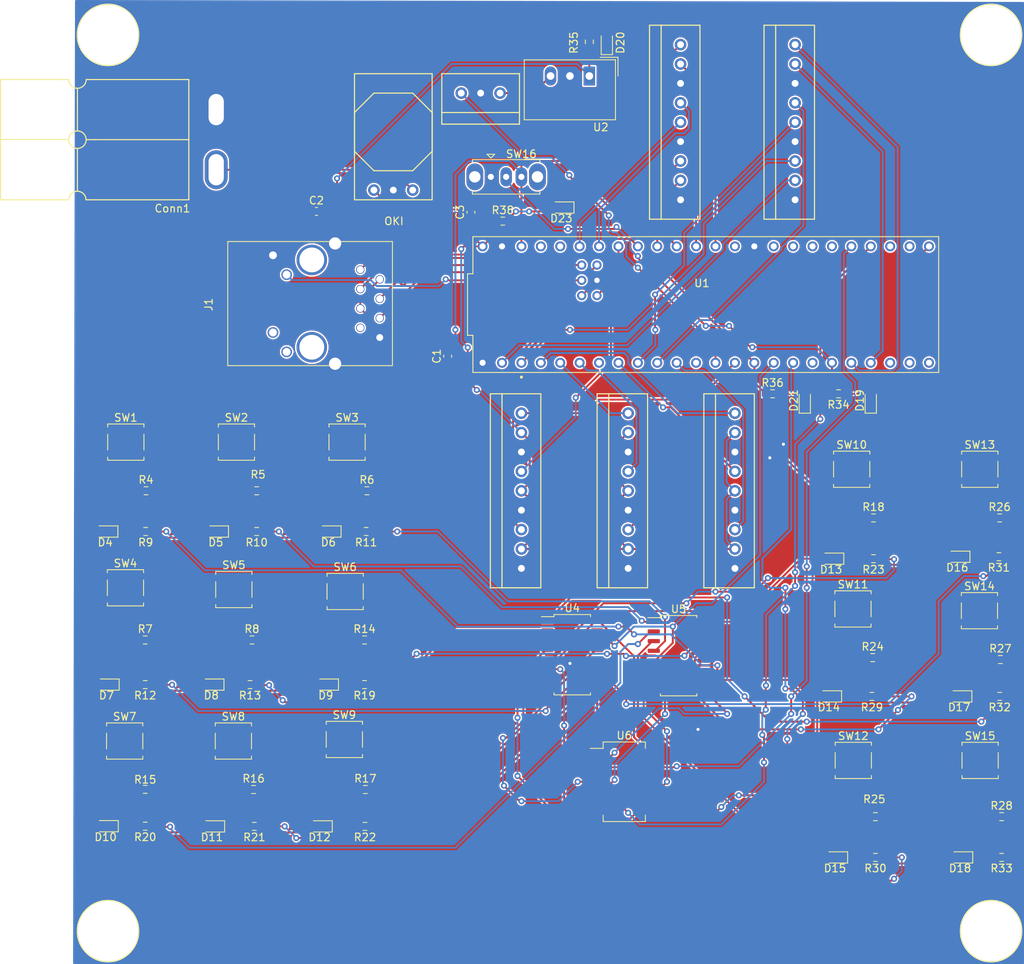
<source format=kicad_pcb>
(kicad_pcb (version 20221018) (generator pcbnew)
  (layers (0 "F.Cu" signal) (31 "B.Cu" signal) (34 "B.Paste" user) (35 "F.Paste" user) (36 "B.SilkS" user "B.Silkscreen") (37 "F.SilkS" user "F.Silkscreen") (38 "B.Mask" user) (39 "F.Mask" user) (44 "Edge.Cuts" user))
  (net 0 "")
  (net 1 "GND")
  (net 2 "Net-(C1-Pad2)")
  (net 3 "PV")
  (net 4 "+5V")
  (net 5 "FL_RX")
  (net 6 "FL_TX")
  (net 7 "ML_RX")
  (net 8 "ML_TX")
  (net 9 "BL_RX")
  (net 10 "BL_TX")
  (net 11 "FR_RX")
  (net 12 "MR_RX")
  (net 13 "MR_TX")
  (net 14 "BR_RX")
  (net 15 "ServoPWM3")
  (net 16 "ServoPWM2")
  (net 17 "ServoPWM1")
  (net 18 "ServoPWM5")
  (net 19 "ServoPWM4")
  (net 20 "ServoPWM7")
  (net 21 "ServoPWM8")
  (net 22 "ServoPWM9")
  (net 23 "Net-(U2-Vout)")
  (net 24 "NeoPixels")
  (net 25 "Net-(D4-K)")
  (net 26 "+3V3")
  (net 27 "Net-(D5-K)")
  (net 28 "Net-(D6-K)")
  (net 29 "Net-(D7-K)")
  (net 30 "Net-(D8-K)")
  (net 31 "Net-(D9-K)")
  (net 32 "Net-(D10-K)")
  (net 33 "Net-(D11-K)")
  (net 34 "Net-(D12-K)")
  (net 35 "Net-(D13-K)")
  (net 36 "Net-(D14-K)")
  (net 37 "Net-(D15-K)")
  (net 38 "Net-(D16-K)")
  (net 39 "Net-(D17-K)")
  (net 40 "Net-(D18-K)")
  (net 41 "Net-(D19-A)")
  (net 42 "Net-(D20-A)")
  (net 43 "Net-(D21-A)")
  (net 44 "Net-(D23-A)")
  (net 46 "Net-(J1-Pad10)")
  (net 48 "Net-(J1-Pad1)")
  (net 49 "Net-(J1-Pad3)")
  (net 51 "Net-(J1-Pad4)")
  (net 52 "Net-(J1-Pad6)")
  (net 53 "B1")
  (net 54 "B4")
  (net 55 "B7")
  (net 56 "B10")
  (net 57 "B13")
  (net 58 "B2")
  (net 59 "B5")
  (net 60 "B8")
  (net 61 "B11")
  (net 62 "B14")
  (net 63 "B3")
  (net 64 "B6")
  (net 65 "B9")
  (net 66 "B12")
  (net 67 "B15")
  (net 68 "ReverseSW")
  (net 72 "FR_TX")
  (net 75 "Out3")
  (net 76 "Out2")
  (net 78 "BR_TX")
  (net 84 "Out1")
  (net 85 "Out0")
  (net 90 "Net-(U4-S2)")
  (net 91 "Net-(U4-S1)")
  (net 92 "Net-(U4-S0)")
  (net 94 "Net-(U5-S2)")
  (net 95 "Net-(U5-S1)")
  (net 96 "Net-(U5-S0)")
  (net 99 "ServoPWM6")
  (footprint "LED_SMD:LED_0603_1608Metric_Pad1.05x0.95mm_HandSolder" (layer "F.Cu") (at 247.537 246.888 180)
    (fp_text reference "D6")
    (fp_text value "BLUE")
  )
  (footprint "MRDT_Connectors:MOLEX_SL_09_Vertical" (layer "F.Cu") (at 308.61 203.454 90)
    (fp_text reference "Conn2" hide)
    (fp_text value "Molex_SL_09")
  )
  (footprint "Converter_DCDC:Converter_DCDC_TRACO_TSR-1_THT" (layer "F.Cu") (at 281.686 187.245 180)
    (fp_text reference "U2")
    (fp_text value "TSR_1-2450")
  )
  (footprint "MRDT_Devices:OKI_Horizontal" (layer "F.Cu") (at 258.572 202.184 180)
    (fp_text reference "U7" hide)
    (fp_text value "OKI")
  )
  (footprint "Resistor_SMD:R_0603_1608Metric_Pad0.98x0.95mm_HandSolder" (layer "F.Cu") (at 237.744 280.67)
    (fp_text reference "R16")
    (fp_text value "4.7k")
  )
  (footprint "Resistor_SMD:R_0603_1608Metric_Pad0.98x0.95mm_HandSolder" (layer "F.Cu") (at 252.5795 241.554)
    (fp_text reference "R6")
    (fp_text value "4.7k")
  )
  (footprint "Button_Switch_THT:SW_Slide_1P2T_CK_OS102011MS2Q" (layer "F.Cu") (at 268.796 200.4495)
    (fp_text reference "SW16")
    (fp_text value "SW_SPDT")
  )
  (footprint "Button_Switch_SMD:SW_SPST_TL3305A" (layer "F.Cu") (at 332.828 276.86)
    (fp_text reference "SW15")
    (fp_text value "SW_Push")
  )
  (footprint "Resistor_SMD:R_0603_1608Metric_Pad0.98x0.95mm_HandSolder" (layer "F.Cu") (at 238.1485 241.554)
    (fp_text reference "R5")
    (fp_text value "4.7k")
  )
  (footprint "MRDT_Connectors:MOLEX_SL_09_Vertical" (layer "F.Cu") (at 300.736 251.714 90)
    (fp_text reference "Conn5" hide)
    (fp_text value "Molex_SL_09")
  )
  (footprint "LED_SMD:LED_0603_1608Metric_Pad1.05x0.95mm_HandSolder" (layer "F.Cu") (at 330.087 268.478 180)
    (fp_text reference "D17")
    (fp_text value "BLUE")
  )
  (footprint "Button_Switch_SMD:SW_SPST_TL3305A" (layer "F.Cu") (at 332.74 257.254)
    (fp_text reference "SW14")
    (fp_text value "SW_Push")
  )
  (footprint "Resistor_SMD:R_0603_1608Metric_Pad0.98x0.95mm_HandSolder" (layer "F.Cu") (at 237.534 261.088)
    (fp_text reference "R8")
    (fp_text value "4.7k")
  )
  (footprint "LED_SMD:LED_0603_1608Metric_Pad1.05x0.95mm_HandSolder" (layer "F.Cu") (at 247.1955 266.93 180)
    (fp_text reference "D9")
    (fp_text value "BLUE")
  )
  (footprint "MRDT_Drill_Holes:4_40_Hole" (layer "F.Cu") (at 218.694 181.864)
    (fp_text reference "REF**" hide)
    (fp_text value "4_40_Hole" hide)
  )
  (footprint "Button_Switch_SMD:SW_SPST_TL3305A" (layer "F.Cu") (at 332.784 238.736)
    (fp_text reference "SW13")
    (fp_text value "SW_Push")
  )
  (footprint "MRDT_Drill_Holes:4_40_Hole" (layer "F.Cu") (at 334.264 181.864)
    (fp_text reference "REF**" hide)
    (fp_text value "4_40_Hole" hide)
  )
  (footprint "MRDT_Connectors:MOLEX_SL_09_Vertical" (layer "F.Cu") (at 286.766 251.714 90)
    (fp_text reference "Conn4" hide)
    (fp_text value "Molex_SL_09")
  )
  (footprint "MRDT_Drill_Holes:4_40_Hole" (layer "F.Cu") (at 218.694 299.212)
    (fp_text reference "REF**" hide)
    (fp_text value "4_40_Hole" hide)
  )
  (footprint "Resistor_SMD:R_0603_1608Metric_Pad0.98x0.95mm_HandSolder" (layer "F.Cu") (at 252.266 261.088)
    (fp_text reference "R14")
    (fp_text value "4.7k")
  )
  (footprint "Button_Switch_SMD:SW_SPST_TL3305A" (layer "F.Cu") (at 316.23 276.86)
    (fp_text reference "SW12")
    (fp_text value "SW_Push")
  )
  (footprint "LED_SMD:LED_0603_1608Metric_Pad1.05x0.95mm_HandSolder" (layer "F.Cu") (at 218.3805 285.472 180)
    (fp_text reference "D10")
    (fp_text value "BLUE")
  )
  (footprint "Resistor_SMD:R_0603_1608Metric_Pad0.98x0.95mm_HandSolder" (layer "F.Cu") (at 223.6235 246.888 180)
    (fp_text reference "R9")
    (fp_text value "100")
  )
  (footprint "Resistor_SMD:R_0603_1608Metric_Pad0.98x0.95mm_HandSolder" (layer "F.Cu") (at 305.6655 228.854)
    (fp_text reference "R36")
    (fp_text value "100")
  )
  (footprint "Resistor_SMD:R_0603_1608Metric_Pad0.98x0.95mm_HandSolder" (layer "F.Cu") (at 223.564 285.472 180)
    (fp_text reference "R20")
    (fp_text value "100")
  )
  (footprint "Resistor_SMD:R_0603_1608Metric_Pad0.98x0.95mm_HandSolder" (layer "F.Cu") (at 238.1485 246.888 180)
    (fp_text reference "R10")
    (fp_text value "100")
  )
  (footprint "Resistor_SMD:R_0603_1608Metric_Pad0.98x0.95mm_HandSolder" (layer "F.Cu") (at 252.266 266.93 180)
    (fp_text reference "R19")
    (fp_text value "100")
  )
  (footprint "LED_SMD:LED_0603_1608Metric_Pad1.05x0.95mm_HandSolder" (layer "F.Cu") (at 246.38 285.496 180)
    (fp_text reference "D12")
    (fp_text value "BLUE")
  )
  (footprint "Resistor_SMD:R_0603_1608Metric_Pad0.98x0.95mm_HandSolder" (layer "F.Cu") (at 335.6375 289.56 180)
    (fp_text reference "R33")
    (fp_text value "100")
  )
  (footprint "Button_Switch_SMD:SW_SPST_TL3305A" (layer "F.Cu") (at 220.98 254.254)
    (fp_text reference "SW4")
    (fp_text value "SW_Push")
  )
  (footprint "Capacitor_SMD:C_0603_1608Metric_Pad1.08x0.95mm_HandSolder" (layer "F.Cu") (at 245.9725 204.978)
    (fp_text reference "C2")
    (fp_text value "10uF")
  )
  (footprint "LED_SMD:LED_0603_1608Metric_Pad1.05x0.95mm_HandSolder" (layer "F.Cu") (at 329.833 250.19 180)
    (fp_text reference "D16")
    (fp_text value "BLUE")
  )
  (footprint "Resistor_SMD:R_0603_1608Metric_Pad0.98x0.95mm_HandSolder" (layer "F.Cu") (at 318.8735 250.444 180)
    (fp_text reference "R23")
    (fp_text value "100")
  )
  (footprint "Resistor_SMD:R_0603_1608Metric_Pad0.98x0.95mm_HandSolder" (layer "F.Cu") (at 318.8735 245.11)
    (fp_text reference "R18")
    (fp_text value "4.7k")
  )
  (footprint "Resistor_SMD:R_0603_1608Metric_Pad0.98x0.95mm_HandSolder" (layer "F.Cu") (at 318.6665 268.478 180)
    (fp_text reference "R29")
    (fp_text value "100")
  )
  (footprint "LED_SMD:LED_0603_1608Metric_Pad1.05x0.95mm_HandSolder" (layer "F.Cu") (at 283.972 182.786 90)
    (fp_text reference "D20")
    (fp_text value "Green")
  )
  (footprint "MRDT_Shields:Teensy_4_1_Ethernet" (layer "F.Cu") (at 296.926 217.17)
    (fp_text reference "U1")
    (fp_text value "Teensy4.1_DEV-16771")
  )
  (footprint "Resistor_SMD:R_0603_1608Metric_Pad0.98x0.95mm_HandSolder" (layer "F.Cu") (at 335.6375 284.226)
    (fp_text reference "R28")
    (fp_text value "4.7k")
  )
  (footprint "Capacitor_SMD:C_0603_1608Metric_Pad1.08x0.95mm_HandSolder" (layer "F.Cu") (at 266.192 205.0785 90)
    (fp_text reference "C3")
    (fp_text value "10uF")
  )
  (footprint "Package_SO:SO-14_5.3x10.2mm_P1.27mm" (layer "F.Cu") (at 286.258 279.654)
    (fp_text reference "U6")
    (fp_text value "74HC00")
  )
  (footprint "Resistor_SMD:R_0603_1608Metric_Pad0.98x0.95mm_HandSolder" (layer "F.Cu") (at 237.8475 285.496 180)
    (fp_text reference "R21")
    (fp_text value "100")
  )
  (footprint "LED_SMD:LED_0603_1608Metric_Pad1.05x0.95mm_HandSolder" (layer "F.Cu") (at 313.831 289.56 180)
    (fp_text reference "D15")
    (fp_text value "BLUE")
  )
  (footprint "LED_SMD:LED_0603_1608Metric_Pad1.05x0.95mm_HandSolder" (layer "F.Cu") (at 313.323 250.444 180)
    (fp_text reference "D13")
    (fp_text value "BLUE")
  )
  (footprint "Button_Switch_SMD:SW_SPST_TL3305A" (layer "F.Cu") (at 249.6225 274.114)
    (fp_text reference "SW9")
    (fp_text value "SW_Push")
  )
  (footprint "Button_Switch_SMD:SW_SPST_TL3305A" (layer "F.Cu") (at 235.1005 274.32)
    (fp_text reference "SW8")
    (fp_text value "SW_Push")
  )
  (footprint "Capacitor_SMD:C_0603_1608Metric_Pad1.08x0.95mm_HandSolder" (layer "F.Cu") (at 263.144 223.9275 90)
    (fp_text reference "C1")
    (fp_text value "0.1uF")
  )
  (footprint "Resistor_SMD:R_0603_1608Metric_Pad0.98x0.95mm_HandSolder" (layer "F.Cu") (at 270.3595 206.248)
    (fp_text reference "R38")
    (fp_text value "300")
  )
  (footprint "LED_SMD:LED_0603_1608Metric_Pad1.05x0.95mm_HandSolder" (layer "F.Cu") (at 309.88 229.729 90)
    (fp_text reference "D21")
    (fp_text value "Green")
  )
  (footprint "Resistor_SMD:R_0603_1608Metric_Pad0.98x0.95mm_HandSolder" (layer "F.Cu") (at 223.6705 241.554)
    (fp_text reference "R4")
    (fp_text value "4.7k")
  )
  (footprint "LED_SMD:LED_0603_1608Metric_Pad1.05x0.95mm_HandSolder" (layer "F.Cu") (at 232.805 246.888 180)
    (fp_text reference "D5")
    (fp_text value "BLUE")
  )
  (footprint "Resistor_SMD:R_0603_1608Metric_Pad0.98x0.95mm_HandSolder" (layer "F.Cu") (at 319.1275 289.56 180)
    (fp_text reference "R30")
    (fp_text value "100")
  )
  (footprint "LED_SMD:LED_0603_1608Metric_Pad1.05x0.95mm_HandSolder" (layer "F.Cu") (at 232.2095 266.93 180)
    (fp_text reference "D8")
    (fp_text value "BLUE")
  )
  (footprint "Resistor_SMD:R_0603_1608Metric_Pad0.98x0.95mm_HandSolder" (layer "F.Cu") (at 335.3835 268.478 180)
    (fp_text reference "R32")
    (fp_text value "100")
  )
  (footprint "Resistor_SMD:R_0603_1608Metric_Pad0.98x0.95mm_HandSolder" (layer "F.Cu") (at 335.4775 263.652)
    (fp_text reference "R27")
    (fp_text value "4.7k")
  )
  (footprint "Package_SO:SOIC-16_4.55x10.3mm_P1.27mm" (layer "F.Cu") (at 279.452 263.017)
    (fp_text reference "U4")
    (fp_text value "74HC148")
  )
  (footprint "Resistor_SMD:R_0603_1608Metric_Pad0.98x0.95mm_HandSolder" (layer "F.Cu") (at 252.476 246.888 180)
    (fp_text reference "R11")
    (fp_text value "100")
  )
  (footprint "Resistor_SMD:R_0603_1608Metric_Pad0.98x0.95mm_HandSolder" (layer "F.Cu") (at 223.564 261.088)
    (fp_text reference "R7")
    (fp_text value "4.7k")
  )
  (footprint "LED_SMD:LED_0603_1608Metric_Pad1.05x0.95mm_HandSolder" (layer "F.Cu") (at 232.297 285.496 180)
    (fp_text reference "D11")
    (fp_text value "BLUE")
  )
  (footprint "LED_SMD:LED_0603_1608Metric_Pad1.05x0.95mm_HandSolder" (layer "F.Cu") (at 218.4935 266.93 180)
    (fp_text reference "D7")
    (fp_text value "BLUE")
  )
  (footprint "Resistor_SMD:R_0603_1608Metric_Pad0.98x0.95mm_HandSolder" (layer "F.Cu") (at 223.564 280.646)
    (fp_text reference "R15")
    (fp_text value "4.7k")
  )
  (footprint "MRDT_Connectors:MOLEX_SL_03_Vertical" (layer "F.Cu") (at 270.002 189.484 180)
    (fp_text reference "Conn7" hide)
    (fp_text value "Molex_SL_03")
  )
  (footprint "Package_SO:SOIC-16_4.55x10.3mm_P1.27mm" (layer "F.Cu") (at 293.37 263.144)
    (fp_text reference "U5")
    (fp_text value "74HC148")
  )
  (footprint "Button_Switch_SMD:SW_SPST_TL3305A" (layer "F.Cu") (at 235.16 254.484)
    (fp_text reference "SW5")
    (fp_text value "SW_Push")
  )
  (footprint "LED_SMD:LED_0603_1608Metric_Pad1.05x0.95mm_HandSolder" (layer "F.Cu") (at 218.327 246.888 180)
    (fp_text reference "D4")
    (fp_text value "BLUE")
  )
  (footprint "Resistor_SMD:R_0603_1608Metric_Pad0.98x0.95mm_HandSolder" (layer "F.Cu") (at 318.77 263.398)
    (fp_text reference "R24")
    (fp_text value "4.7k")
  )
  (footprint "LED_SMD:LED_0603_1608Metric_Pad1.05x0.95mm_HandSolder" (layer "F.Cu") (at 313.041 268.478 180)
    (fp_text reference "D14")
    (fp_text value "BLUE")
  )
  (footprint "Button_Switch_SMD:SW_SPST_TL3305A" (layer "F.Cu") (at 235.502 235.18)
    (fp_text reference "SW2")
    (fp_text value "SW_Push")
  )
  (footprint "Button_Switch_SMD:SW_SPST_TL3305A" (layer "F.Cu") (at 249.98 235.18)
    (fp_text reference "SW3")
    (fp_text value "SW_Push")
  )
  (footprint "Resistor_SMD:R_0603_1608Metric_Pad0.98x0.95mm_HandSolder" (layer "F.Cu") (at 237.28 266.93 180)
    (fp_text reference "R13")
    (fp_text value "100")
  )
  (footprint "Resistor_SMD:R_0603_1608Metric_Pad0.98x0.95mm_HandSolder" (layer "F.Cu") (at 252.3725 280.67)
    (fp_text reference "R17")
    (fp_text value "4.7k")
  )
  (footprint "MRDT_Connectors:RJ45_Teensy" (layer "F.Cu") (at 232.364 217.168 -90)
    (fp_text reference "J1")
    (fp_text value "RJ45_LED_Shielded")
  )
  (footprint "MRDT_Connectors:Square_Anderson_2_H_Side_By_Side_PV" (layer "F.Cu") (at 232.9778 191.343)
    (fp_text reference "Conn1")
    (fp_text value "AndersonPP")
  )
  (footprint "Button_Switch_SMD:SW_SPST_TL3305A" (layer "F.Cu") (at 249.726 254.738)
    (fp_text reference "SW6")
    (fp_text value "SW_Push")
  )
  (footprint "MRDT_Connectors:MOLEX_SL_09_Vertical" (layer "F.Cu") (at 272.796 251.714 90)
    (fp_text reference "Conn6" hide)
    (fp_text value "Molex_SL_09")
  )
  (footprint "LED_SMD:LED_0603_1608Metric_Pad1.05x0.95mm_HandSolder" (layer "F.Cu") (at 318.516 229.729 90)
    (fp_text reference "D19")
    (fp_text value "BLUE")
  )
  (footprint "Resistor_SMD:R_0603_1608Metric_Pad0.98x0.95mm_HandSolder" (layer "F.Cu") (at 335.28 250.19 180)
    (fp_text reference "R31")
    (fp_text value "100")
  )
  (footprint "Resistor_SMD:R_0603_1608Metric_Pad0.98x0.95mm_HandSolder" (layer "F.Cu") (at 223.564 266.93 180)
    (fp_text reference "R12")
    (fp_text value "100")
  )
  (footprint "Resistor_SMD:R_0603_1608Metric_Pad0.98x0.95mm_HandSolder" (layer "F.Cu") (at 314.3015 228.854 180)
    (fp_text reference "R34")
    (fp_text value "100")
  )
  (footprint "MRDT_Drill_Holes:4_40_Hole" (layer "F.Cu") (at 334.264 299.212)
    (fp_text reference "REF**" hide)
    (fp_text value "4_40_Hole" hide)
  )
  (footprint "Resistor_SMD:R_0603_1608Metric_Pad0.98x0.95mm_HandSolder" (layer "F.Cu") (at 281.686 182.7765 90)
    (fp_text reference "R35")
    (fp_text value "3k")
  )
  (footprint "Button_Switch_SMD:SW_SPST_TL3305A" (layer "F.Cu") (at 316.186 257.024)
    (fp_text reference "SW11")
    (fp_text value "SW_Push")
  )
  (footprint "LED_SMD:LED_0603_1608Metric_Pad1.05x0.95mm_HandSolder" (layer "F.Cu") (at 330.2 289.56 180)
    (fp_text reference "D18")
    (fp_text value "BLUE")
  )
  (footprint "Button_Switch_SMD:SW_SPST_TL3305A" (layer "F.Cu") (at 220.8765 274.32)
    (fp_text reference "SW7")
    (fp_text value "SW_Push")
  )
  (footprint "LED_SMD:LED_0603_1608Metric_Pad1.05x0.95mm_HandSolder" (layer "F.Cu") (at 278.017 204.47 180)
    (fp_text reference "D23")
    (fp_text value "Green")
  )
  (footprint "Resistor_SMD:R_0603_1608Metric_Pad0.98x0.95mm_HandSolder" (layer "F.Cu") (at 319.1275 284.226)
    (fp_text reference "R25")
    (fp_text value "4.7k")
  )
  (footprint "Button_Switch_SMD:SW_SPST_TL3305A" (layer "F.Cu") (at 316.02 238.736)
    (fp_text reference "SW10")
    (fp_text value "SW_Push")
  )
  (footprint "Resistor_SMD:R_0603_1608Metric_Pad0.98x0.95mm_HandSolder" (layer "F.Cu") (at 252.3255 285.496 180)
    (fp_text reference "R22")
    (fp_text value "100")
  )
  (footprint "MRDT_Connectors:MOLEX_SL_09_Vertical" (layer "F.Cu") (at 293.624 203.454 90)
    (fp_text reference "Conn3" hide)
    (fp_text value "Molex_SL_09")
  )
  (footprint "Resistor_SMD:R_0603_1608Metric_Pad0.98x0.95mm_HandSolder" (layer "F.Cu") (at 335.3835 245.11)
    (fp_text reference "R26")
    (fp_text value "4.7k")
  )
  (footprint "Button_Switch_SMD:SW_SPST_TL3305A" (layer "F.Cu") (at 221.024 235.18)
    (fp_text reference "SW1")
    (fp_text value "SW_Push")
  )
  (gr_line (start 218.694 303.276) (end 334.264 303.276) (stroke (width 0.2)) (layer "F.Cu"))
  (gr_arc (start 218.694 303.276) (mid 215.820318 302.085682) (end 214.63 299.212) (stroke (width 0.2)) (layer "F.Cu"))
  (gr_line (start 338.328 181.864) (end 338.328 299.212) (stroke (width 0.2)) (layer "F.Cu"))
  (gr_line (start 214.63 181.864) (end 214.63 299.212) (stroke (width 0.2)) (layer "F.Cu"))
  (gr_arc (start 334.264 177.8) (mid 337.137682 178.990318) (end 338.328 181.864) (stroke (width 0.2)) (layer "F.Cu"))
  (gr_arc (start 338.328 299.212) (mid 337.137682 302.085682) (end 334.264 303.276) (stroke (width 0.2)) (layer "F.Cu"))
  (gr_arc (start 214.63 181.864) (mid 215.820318 178.990318) (end 218.694 177.8) (stroke (width 0.2)) (layer "F.Cu"))
  (gr_line (start 218.694 177.8) (end 334.264 177.8) (stroke (width 0.2)) (layer "F.Cu"))
  (segment (start 270.542 209.264) (end 270.256 209.55) (width 0.25) (layer "F.Cu") (net 1))
  (segment (start 268.796 199.9495) (end 268.796 200.4495) (width 0.25) (layer "F.Cu") (net 1))
  (via (at 279.146 264.16) (size 0.8) (drill 0.4) (layers "F.Cu" "B.Cu") (net 1))
  (via (at 295.91 272.796) (size 0.8) (drill 0.4) (layers "F.Cu" "B.Cu") (net 1))
  (segment (start 257.101 223.065) (end 251.714 217.678) (width 0.25) (layer "F.Cu") (net 2))
  (segment (start 263.144 223.065) (end 257.101 223.065) (width 0.25) (layer "F.Cu") (net 2))
  (segment (start 251.714 216.408) (end 254.254 213.868) (width 0.25) (layer "F.Cu") (net 2))
  (segment (start 251.714 217.678) (end 251.714 216.408) (width 0.25) (layer "F.Cu") (net 2))
  (segment (start 245.11 204.978) (end 248.666 201.422) (width 0.25) (layer "F.Cu") (net 3))
  (segment (start 281.686 187.245) (end 281.686 183.689) (width 0.25) (layer "F.Cu") (net 3))
  (segment (start 244.856 205.232) (end 245.11 204.978) (width 0.25) (layer "F.Cu") (net 3))
  (segment (start 248.666 201.422) (end 248.666 200.66) (width 0.25) (layer "F.Cu") (net 3))
  (segment (start 255.905 199.517) (end 239.522 199.517) (width 0.25) (layer "F.Cu") (net 3))
  (segment (start 239.649 199.517) (end 239.522 199.517) (width 0.25) (layer "F.Cu") (net 3))
  (segment (start 245.11 204.978) (end 239.649 199.517) (width 0.25) (layer "F.Cu") (net 3))
  (segment (start 239.522 199.517) (end 232.8532 199.517) (width 0.25) (layer "F.Cu") (net 3))
  (segment (start 258.572 202.184) (end 255.905 199.517) (width 0.25) (layer "F.Cu") (net 3))
  (via (at 248.666 200.66) (size 0.8) (drill 0.4) (layers "F.Cu" "B.Cu") (net 3))
  (segment (start 263.656 185.67) (end 280.111 185.67) (width 0.25) (layer "B.Cu") (net 3))
  (segment (start 280.111 185.67) (end 281.686 187.245) (width 0.25) (layer "B.Cu") (net 3))
  (segment (start 248.666 200.66) (end 263.656 185.67) (width 0.25) (layer "B.Cu") (net 3))
  (segment (start 265.770706 227.162706) (end 266.954 228.346) (width 0.25) (layer "F.Cu") (net 4))
  (segment (start 266.192 205.941) (end 266.192 208.026) (width 0.25) (layer "F.Cu") (net 4))
  (segment (start 265.770706 222.795887) (end 265.770706 227.162706) (width 0.25) (layer "F.Cu") (net 4))
  (segment (start 269.494 206.295) (end 269.447 206.248) (width 0.25) (layer "F.Cu") (net 4))
  (segment (start 273.883 248.087) (end 272.796 249.174) (width 0.25) (layer "F.Cu") (net 4))
  (segment (start 269.494 207.772) (end 269.494 206.295) (width 0.25) (layer "F.Cu") (net 4))
  (segment (start 285.679 248.087) (end 285.679 242.641) (width 0.25) (layer "F.Cu") (net 4))
  (segment (start 286.766 249.174) (end 300.736 249.174) (width 0.25) (layer "F.Cu") (net 4))
  (segment (start 286.766 249.174) (end 285.679 248.087) (width 0.25) (layer "F.Cu") (net 4))
  (segment (start 267.716 209.55) (end 269.494 207.772) (width 0.25) (layer "F.Cu") (net 4))
  (segment (start 286.766 233.934) (end 285.679 235.021) (width 0.25) (layer "F.Cu") (net 4))
  (segment (start 285.679 240.467) (end 286.766 241.554) (width 0.25) (layer "F.Cu") (net 4))
  (segment (start 265.2685 209.55) (end 267.716 209.55) (width 0.25) (layer "F.Cu") (net 4))
  (segment (start 272.796 241.554) (end 273.883 242.641) (width 0.25) (layer "F.Cu") (net 4))
  (segment (start 266.192 208.026) (end 267.716 209.55) (width 0.25) (layer "F.Cu") (net 4))
  (segment (start 253.492 202.184) (end 256.032 204.724) (width 0.25) (layer "F.Cu") (net 4))
  (segment (start 273.883 240.467) (end 273.883 235.021) (width 0.25) (layer "F.Cu") (net 4))
  (segment (start 285.679 242.641) (end 286.766 241.554) (width 0.25) (layer "F.Cu") (net 4))
  (segment (start 256.032 204.724) (end 264.975 204.724) (width 0.25) (layer "F.Cu") (net 4))
  (segment (start 273.883 235.021) (end 272.796 233.934) (width 0.25) (layer "F.Cu") (net 4))
  (segment (start 272.796 249.174) (end 286.766 249.174) (width 0.25) (layer "F.Cu") (net 4))
  (segment (start 264.922 209.8965) (end 265.2685 209.55) (width 0.25) (layer "F.Cu") (net 4))
  (segment (start 273.883 242.641) (end 273.883 248.087) (width 0.25) (layer "F.Cu") (net 4))
  (segment (start 285.679 235.021) (end 285.679 240.467) (width 0.25) (layer "F.Cu") (net 4))
  (segment (start 272.796 241.554) (end 273.883 240.467) (width 0.25) (layer "F.Cu") (net 4))
  (segment (start 264.975 204.724) (end 266.192 205.941) (width 0.25) (layer "F.Cu") (net 4))
  (via (at 265.770706 222.795887) (size 0.8) (drill 0.4) (layers "F.Cu" "B.Cu") (net 4))
  (via (at 266.954 228.346) (size 0.8) (drill 0.4) (layers "F.Cu" "B.Cu") (net 4))
  (via (at 264.922 209.8965) (size 0.8) (drill 0.4) (layers "F.Cu" "B.Cu") (net 4))
  (segment (start 299.649 235.021) (end 300.736 233.934) (width 0.25) (layer "B.Cu") (net 4))
  (segment (start 300.736 249.174) (end 299.649 248.087) (width 0.25) (layer "B.Cu") (net 4))
  (segment (start 299.649 242.641) (end 300.736 241.554) (width 0.25) (layer "B.Cu") (net 4))
  (segment (start 299.649 240.467) (end 299.649 235.021) (width 0.25) (layer "B.Cu") (net 4))
  (segment (start 300.736 241.554) (end 299.649 240.467) (width 0.25) (layer "B.Cu") (net 4))
  (segment (start 299.649 248.087) (end 299.649 242.641) (width 0.25) (layer "B.Cu") (net 4))
  (segment (start 264.922 209.8965) (end 264.922 221.947181) (width 0.25) (layer "B.Cu") (net 4))
  (segment (start 264.922 221.947181) (end 265.770706 222.795887) (width 0.25) (layer "B.Cu") (net 4))
  (segment (start 266.954 228.346) (end 267.208 228.346) (width 0.25) (layer "B.Cu") (net 4))
  (segment (start 267.208 228.346) (end 272.796 233.934) (width 0.25) (layer "B.Cu") (net 4))
  (segment (start 286.626516 222.504) (end 272.542 222.504) (width 0.25) (layer "B.Cu") (net 5))
  (segment (start 299.175 209.27137) (end 299.175 209.955516) (width 0.25) (layer "B.Cu") (net 5))
  (segment (start 307.53237 200.914) (end 299.175 209.27137) (width 0.25) (layer "B.Cu") (net 5))
  (segment (start 272.542 222.504) (end 270.256 224.79) (width 0.25) (layer "B.Cu") (net 5))
  (segment (start 299.175 209.955516) (end 286.626516 222.504) (width 0.25) (layer "B.Cu") (net 5))
  (segment (start 308.61 200.914) (end 307.53237 200.914) (width 0.25) (layer "B.Cu") (net 5))
  (segment (start 279.146 220.472) (end 277.114 220.472) (width 0.25) (layer "F.Cu") (net 6))
  (segment (start 277.114 220.472) (end 272.796 224.79) (width 0.25) (layer "F.Cu") (net 6))
  (via (at 279.146 220.472) (size 0.8) (drill 0.4) (layers "F.Cu" "B.Cu") (net 6))
  (segment (start 296.643516 210.529) (end 286.700516 220.472) (width 0.25) (layer "B.Cu") (net 6))
  (segment (start 308.61 198.374) (end 304.865484 198.374) (width 0.25) (layer "B.Cu") (net 6))
  (segment (start 304.865484 198.374) (end 296.643516 206.595968) (width 0.25) (layer "B.Cu") (net 6))
  (segment (start 286.700516 220.472) (end 279.146 220.472) (width 0.25) (layer "B.Cu") (net 6))
  (segment (start 296.643516 206.595968) (end 296.643516 210.529) (width 0.25) (layer "B.Cu") (net 6))
  (segment (start 290.284959 215.862959) (end 290.284959 220.434959) (width 0.25) (layer "F.Cu") (net 7))
  (segment (start 290.284959 220.434959) (end 290.322 220.472) (width 0.25) (layer "F.Cu") (net 7))
  (via (at 290.322 220.472) (size 0.8) (drill 0.4) (layers "F.Cu" "B.Cu") (net 7))
  (via (at 290.284959 215.862959) (size 0.8) (drill 0.4) (layers "F.Cu" "B.Cu") (net 7))
  (segment (start 294.095 207.809) (end 294.095 212.052918) (width 0.25) (layer "B.Cu") (net 7))
  (segment (start 294.095 212.052918) (end 290.284959 215.862959) (width 0.25) (layer "B.Cu") (net 7))
  (segment (start 290.322 220.472) (end 290.322 222.504) (width 0.25) (layer "B.Cu") (net 7))
  (segment (start 308.61 193.294) (end 294.095 207.809) (width 0.25) (layer "B.Cu") (net 7))
  (segment (start 290.322 222.504) (end 288.036 224.79) (width 0.25) (layer "B.Cu") (net 7))
  (segment (start 308.61 190.754) (end 309.697 191.841) (width 0.25) (layer "B.Cu") (net 8))
  (segment (start 306.832 209.689484) (end 306.832 209.918516) (width 0.25) (layer "B.Cu") (net 8))
  (segment (start 309.697 191.841) (end 309.697 206.824484) (width 0.25) (layer "B.Cu") (net 8))
  (segment (start 296.164 219.202) (end 290.576 224.79) (width 0.25) (layer "B.Cu") (net 8))
  (segment (start 297.548516 219.202) (end 296.164 219.202) (width 0.25) (layer "B.Cu") (net 8))
  (segment (start 309.697 206.824484) (end 306.832 209.689484) (width 0.25) (layer "B.Cu") (net 8))
  (segment (start 306.832 209.918516) (end 297.548516 219.202) (width 0.25) (layer "B.Cu") (net 8))
  (segment (start 320.077 223.229) (end 318.516 224.79) (width 0.25) (layer "B.Cu") (net 9))
  (segment (start 320.077 197.141) (end 320.077 223.229) (width 0.25) (layer "B.Cu") (net 9))
  (segment (start 308.61 185.674) (end 320.077 197.141) (width 0.25) (layer "B.Cu") (net 9))
  (segment (start 308.61 183.134) (end 322.035 196.559) (width 0.25) (layer "B.Cu") (net 10))
  (segment (start 321.424516 225.806) (end 316.992 225.806) (width 0.25) (layer "B.Cu") (net 10))
  (segment (start 316.992 225.806) (end 315.976 224.79) (width 0.25) (layer "B.Cu") (net 10))
  (segment (start 322.035 225.195516) (end 321.424516 225.806) (width 0.25) (layer "B.Cu") (net 10))
  (segment (start 322.035 196.559) (end 322.035 225.195516) (width 0.25) (layer "B.Cu") (net 10))
  (segment (start 293.624 200.914) (end 292.537 202.001) (width 0.25) (layer "F.Cu") (net 11))
  (segment (start 292.537 202.001) (end 292.537 208.971) (width 0.25) (layer "F.Cu") (net 11))
  (segment (start 292.537 208.971) (end 293.116 209.55) (width 0.25) (layer "F.Cu") (net 11))
  (segment (start 280.416 206.502) (end 280.416 209.55) (width 0.25) (layer "B.Cu") (net 12))
  (segment (start 293.624 193.294) (end 280.416 206.502) (width 0.25) (layer "B.Cu") (net 12))
  (segment (start 294.074251 194.747) (end 292.933 194.747) (width 0.25) (layer "B.Cu") (net 13))
  (segment (start 282.956 204.724) (end 282.956 209.55) (width 0.25) (layer "B.Cu") (net 13))
  (segment (start 294.711 191.841) (end 294.711 194.110251) (width 0.25) (layer "B.Cu") (net 13))
  (segment (start 292.933 194.747) (end 282.956 204.724) (width 0.25) (layer "B.Cu") (net 13))
  (segment (start 293.624 190.754) (end 294.711 191.841) (width 0.25) (layer "B.Cu") (net 13))
  (segment (start 294.711 194.110251) (end 294.074251 194.747) (width 0.25) (layer "B.Cu") (net 13))
  (segment (start 293.624 185.674) (end 298.196 190.246) (width 0.25) (layer "F.Cu") (net 14))
  (segment (start 298.196 190.246) (end 298.196 209.55) (width 0.25) (layer "F.Cu") (net 14))
  (segment (start 293.116 240.284) (end 302.26 240.284) (width 0.25) (layer "F.Cu") (net 15))
  (segment (start 325.157 225.769) (end 325.157 210.529) (width 0.25) (layer "F.Cu") (net 15))
  (segment (start 312.166 233.172) (end 317.754 233.172) (width 0.25) (layer "F.Cu") (net 15))
  (segment (start 325.157 210.529) (end 326.136 209.55) (width 0.25) (layer "F.Cu") (net 15))
  (segment (start 317.754 233.172) (end 325.157 225.769) (width 0.25) (layer "F.Cu") (net 15))
  (segment (start 309.88 235.458) (end 312.166 233.172) (width 0.25) (layer "F.Cu") (net 15))
  (segment (start 307.086 235.458) (end 309.88 235.458) (width 0.25) (layer "F.Cu") (net 15))
  (segment (start 286.766 246.634) (end 293.116 240.284) (width 0.25) (layer "F.Cu") (net 15))
  (segment (start 302.26 240.284) (end 305.308 237.236) (width 0.25) (layer "F.Cu") (net 15))
  (via (at 305.308 237.236) (size 0.8) (drill 0.4) (layers "F.Cu" "B.Cu") (net 15))
  (via (at 307.086 235.458) (size 0.8) (drill 0.4) (layers "F.Cu" "B.Cu") (net 15))
  (segment (start 305.308 237.236) (end 307.086 235.458) (width 0.25) (layer "B.Cu") (net 15))
  (segment (start 282.715251 225.806) (end 281.432 225.806) (width 0.25) (layer "B.Cu") (net 16))
  (segment (start 287.853 237.927) (end 287.853 230.943749) (width 0.25) (layer "B.Cu") (net 16))
  (segment (start 287.853 230.943749) (end 282.715251 225.806) (width 0.25) (layer "B.Cu") (net 16))
  (segment (start 281.432 225.806) (end 280.416 224.79) (width 0.25) (layer "B.Cu") (net 16))
  (segment (start 286.766 239.014) (end 287.853 237.927) (width 0.25) (layer "B.Cu") (net 16))
  (segment (start 284.48 231.394) (end 277.876 224.79) (width 0.25) (layer "B.Cu") (net 17))
  (segment (start 286.766 231.394) (end 284.48 231.394) (width 0.25) (layer "B.Cu") (net 17))
  (segment (start 292.354 230.632) (end 291.338 230.632) (width 0.25) (layer "F.Cu") (net 18))
  (segment (start 300.736 239.014) (end 292.354 230.632) (width 0.25) (layer "F.Cu") (net 18))
  (via (at 291.338 230.632) (size 0.8) (drill 0.4) (layers "F.Cu" "B.Cu") (net 18))
  (segment (start 291.338 230.632) (end 285.496 224.79) (width 0.25) (layer "B.Cu") (net 18))
  (segment (start 286.766 224.904516) (end 286.766 224.028) (width 0.25) (layer "B.Cu") (net 19))
  (segment (start 300.736 231.394) (end 293.255484 231.394) (width 0.25) (layer "B.Cu") (net 19))
  (segment (start 286.766 224.028) (end 286.258 223.52) (width 0.25) (layer "B.Cu") (net 19))
  (segment (start 276.606 223.52) (end 275.336 224.79) (width 0.25) (layer "B.Cu") (net 19))
  (segment (start 286.258 223.52) (end 276.606 223.52) (width 0.25) (layer "B.Cu") (net 19))
  (segment (start 293.255484 231.394) (end 286.766 224.904516) (width 0.25) (layer "B.Cu") (net 19))
  (segment (start 282.956 229.616) (end 295.91 229.616) (width 0.25) (layer "F.Cu") (net 20))
  (segment (start 272.796 231.394) (end 281.178 231.394) (width 0.25) (layer "F.Cu") (net 20))
  (segment (start 295.91 229.616) (end 300.736 224.79) (width 0.25) (layer "F.Cu") (net 20))
  (segment (start 281.178 231.394) (end 282.956 229.616) (width 0.25) (layer "F.Cu") (net 20))
  (segment (start 284.517 224.753) (end 284.517 216.371) (width 0.25) (layer "F.Cu") (net 21))
  (segment (start 284.517 216.371) (end 285.496 215.392) (width 0.25) (layer "F.Cu") (net 21))
  (segment (start 285.496 215.392) (end 285.496 209.55) (width 0.25) (layer "F.Cu") (net 21))
  (segment (start 279.908 229.362) (end 284.517 224.753) (width 0.25) (layer "F.Cu") (net 21))
  (via (at 279.908 229.362) (size 0.8) (drill 0.4) (layers "F.Cu" "B.Cu") (net 21))
  (segment (start 279.908 231.902) (end 279.908 229.362) (width 0.25) (layer "B.Cu") (net 21))
  (segment (start 272.796 239.014) (end 279.908 231.902) (width 0.25) (layer "B.Cu") (net 21))
  (segment (start 284.517 209.144484) (end 284.517 215.482805) (width 0.25) (layer "F.Cu") (net 22))
  (segment (start 283.070805 216.929) (end 279.272484 216.929) (width 0.25) (layer "F.Cu") (net 22))
  (segment (start 285.090484 208.571) (end 284.517 209.144484) (width 0.25) (layer "F.Cu") (net 22))
  (segment (start 271.709 224.492484) (end 271.709 245.547) (width 0.25) (layer "F.Cu") (net 22))
  (segment (start 279.272484 216.929) (end 271.709 224.492484) (width 0.25) (layer "F.Cu") (net 22))
  (segment (start 288.036 209.55) (end 287.057 208.571) (width 0.25) (layer "F.Cu") (net 22))
  (segment (start 284.517 215.482805) (end 283.070805 216.929) (width 0.25) (layer "F.Cu") (net 22))
  (segment (start 287.057 208.571) (end 285.090484 208.571) (width 0.25) (layer "F.Cu") (net 22))
  (segment (start 271.709 245.547) (end 272.796 246.634) (width 0.25) (layer "F.Cu") (net 22))
  (segment (start 270.002 189.484) (end 274.367 189.484) (width 0.25) (layer "F.Cu") (net 23))
  (segment (start 274.367 189.484) (end 276.606 187.245) (width 0.25) (layer "F.Cu") (net 23))
  (segment (start 298.196 224.79) (end 298.196 222.504) (width 0.25) (layer "F.Cu") (net 24))
  (segment (start 298.196 222.504) (end 288.036 212.344) (width 0.25) (layer "F.Cu") (net 24))
  (segment (start 279.071959 200.331959) (end 279.071959 200.226041) (width 0.25) (layer "F.Cu") (net 24))
  (segment (start 284.226 205.486) (end 279.071959 200.331959) (width 0.25) (layer "F.Cu") (net 24))
  (via (at 284.226 205.486) (size 0.8) (drill 0.4) (layers "F.Cu" "B.Cu") (net 24))
  (via (at 288.036 212.344) (size 0.8) (drill 0.4) (layers "F.Cu" "B.Cu") (net 24))
  (via (at 279.071959 200.226041) (size 0.8) (drill 0.4) (layers "F.Cu" "B.Cu") (net 24))
  (segment (start 288.036 212.344) (end 286.512 210.82) (width 0.25) (layer "B.Cu") (net 24))
  (segment (start 273.3625 197.9245) (end 264.922 189.484) (width 0.25) (layer "B.Cu") (net 24))
  (segment (start 285.205 207.735) (end 284.697 207.735) (width 0.25) (layer "B.Cu") (net 24))
  (segment (start 279.071959 200.226041) (end 276.770418 197.9245) (width 0.25) (layer "B.Cu") (net 24))
  (segment (start 284.226 207.264) (end 284.226 205.486) (width 0.25) (layer "B.Cu") (net 24))
  (segment (start 284.697 207.735) (end 284.226 207.264) (width 0.25) (layer "B.Cu") (net 24))
  (segment (start 286.512 209.042) (end 285.205 207.735) (width 0.25) (layer "B.Cu") (net 24))
  (segment (start 276.770418 197.9245) (end 273.3625 197.9245) (width 0.25) (layer "B.Cu") (net 24))
  (segment (start 286.512 210.82) (end 286.512 209.042) (width 0.25) (layer "B.Cu") (net 24))
  (segment (start 222.711 246.888) (end 219.202 246.888) (width 0.25) (layer "F.Cu") (net 25))
  (segment (start 222.758 241.554) (end 222.758 242.011505) (width 0.25) (layer "F.Cu") (net 26))
  (segment (start 329.325 289.56) (end 329.391 289.56) (width 0.25) (layer "F.Cu") (net 26))
  (segment (start 216.1515 284.118) (end 217.5055 285.472) (width 0.25) (layer "F.Cu") (net 26))
  (segment (start 272.796 200.4495) (end 272.796 209.55) (width 0.25) (layer "F.Cu") (net 26))
  (segment (start 244.705 286.296) (end 245.505 285.496) (width 0.25) (layer "F.Cu") (net 26))
  (segment (start 302.297 223.811) (end 303.276 224.79) (width 0.25) (layer "F.Cu") (net 26))
  (segment (start 231.422 285.496) (end 232.222 286.296) (width 0.25) (layer "F.Cu") (net 26))
  (segment (start 295.223 257.302) (end 296.62 258.699) (width 0.25) (layer "F.Cu") (net 26))
  (segment (start 317.246 263.398) (end 317.8575 263.398) (width 0.25) (layer "F.Cu") (net 26))
  (segment (start 264.16 225.106995) (end 264.16 220.472) (width 0.25) (layer "F.Cu") (net 26))
  (segment (start 303.276 224.79) (end 303.276 227.377) (width 0.25) (layer "F.Cu") (net 26))
  (segment (start 328.525 290.36) (end 329.325 289.56) (width 0.25) (layer "F.Cu") (net 26))
  (segment (start 272.542 200.4495) (end 272.542 200.9495) (width 0.25) (layer "F.Cu") (net 26))
  (segment (start 287.528 273.812) (end 287.528 263.213926) (width 0.25) (layer "F.Cu") (net 26))
  (segment (start 289.015 210.529) (end 289.015 209.144484) (width 0.25) (layer "F.Cu") (net 26))
  (segment (start 301.117 258.699) (end 296.62 258.699) (width 0.25) (layer "F.Cu") (net 26))
  (segment (start 246.662 246.559) (end 251.667 241.554) (width 0.25) (layer "F.Cu") (net 26))
  (segment (start 327.904 251.244) (end 328.958 250.19) (width 0.25) (layer "F.Cu") (net 26))
  (segment (start 312.956 289.485) (end 318.215 284.226) (width 0.25) (layer "F.Cu") (net 26))
  (segment (start 245.505 285.496) (end 250.331 280.67) (width 0.25) (layer "F.Cu") (net 26))
  (segment (start 217.8255 285.472) (end 222.6515 280.646) (width 0.25) (layer "F.Cu") (net 26))
  (segment (start 334.038 263.652) (end 334.565 263.652) (width 0.25) (layer "F.Cu") (net 26))
  (segment (start 217.5055 285.472) (end 218.3055 286.272) (width 0.25) (layer "F.Cu") (net 26))
  (segment (start 231.93 246.888) (end 231.93 246.86) (width 0.25) (layer "F.Cu") (net 26))
  (segment (start 287.528 263.213926) (end 282.886074 258.572) (width 0.25) (layer "F.Cu") (net 26))
  (segment (start 246.3205 266.93) (end 246.3205 266.121) (width 0.25) (layer "F.Cu") (net 26))
  (segment (start 312.956 289.56) (end 312.956 289.485) (width 0.25) (layer "F.Cu") (net 26))
  (segment (start 312.448 250.444) (end 311.461 251.431) (width 0.25) (layer "F.Cu") (net 26))
  (segment (start 311.461 251.431) (end 311.433 251.431) (width 0.25) (layer "F.Cu") (net 26))
  (segment (start 311.505 288.109) (end 312.956 289.56) (width 0.25) (layer "F.Cu") (net 26))
  (segment (start 216.299 245.735) (end 216.299 232.655) (width 0.25) (layer "F.Cu") (net 26))
  (segment (start 230.5345 267.73) (end 231.3345 266.93) (width 0.25) (layer "F.Cu") (net 26))
  (segment (start 309.88 268.478) (end 307.721 266.319) (width 0.25) (layer "F.Cu") (net 26))
  (segment (start 231.3345 266.93) (end 231.3345 266.375) (width 0.25) (layer "F.Cu") (net 26))
  (segment (start 312.966 269.278) (end 328.412 269.278) (width 0.25) (layer "F.Cu") (net 26))
  (segment (start 289.56 275.844) (end 287.528 273.812) (width 0.25) (layer "F.Cu") (net 26))
  (segment (start 216.299 232.655) (end 218.83 230.124) (width 0.25) (layer "F.Cu") (net 26))
  (segment (start 312.448 250.444) (end 313.248 251.244) (width 0.25) (layer "F.Cu") (net 26))
  (segment (start 282.702 258.572) (end 283.972 257.302) (width 0.25) (layer "F.Cu") (net 26))
  (segment (start 289.015 209.144484) (end 278.244516 198.374) (width 0.25) (layer "F.Cu") (net 26))
  (segment (start 218.83 230.124) (end 259.142995 230.124) (width 0.25) (layer "F.Cu") (net 26))
  (segment (start 313.756 290.36) (end 328.525 290.36) (width 0.25) (layer "F.Cu") (net 26))
  (segment (start 217.881505 246.888) (end 217.452 246.888) (width 0.25) (layer "F.Cu") (net 26))
  (segment (start 216.255 265.5665) (end 217.6185 266.93) (width 0.25) (layer "F.Cu") (net 26))
  (segment (start 312.448 250.444) (end 312.627 250.444) (width 0.25) (layer "F.Cu") (net 26))
  (segment (start 217.5055 285.472) (end 217.8255 285.472) (width 0.25) (layer "F.Cu") (net 26))
  (segment (start 230.646 286.272) (end 231.422 285.496) (width 0.25) (layer "F.Cu") (net 26))
  (segment (start 232.222 286.296) (end 244.705 286.296) (width 0.25) (layer "F.Cu") (net 26))
  (segment (start 312.166 268.478) (end 311.505 269.139) (width 0.25) (layer "F.Cu") (net 26))
  (segment (start 310.896 267.208) (end 312.166 268.478) (width 0.25) (layer "F.Cu") (net 26))
  (segment (start 218.4185 267.73) (end 230.5345 267.73) (width 0.25) (layer "F.Cu") (net 26))
  (segment (start 289.7205 275.844) (end 289.56 275.844) (width 0.25) (layer "F.Cu") (net 26))
  (segment (start 217.452 246.888) (end 216.299 245.735) (width 0.25) (layer "F.Cu") (net 26))
  (segment (start 245.862 247.688) (end 246.662 246.888) (width 0.25) (layer "F.Cu") (net 26))
  (segment (start 217.452 246.888) (end 216.255 248.085) (width 0.25) (layer "F.Cu") (net 26))
  (segment (start 313.248 251.244) (end 327.904 251.244) (width 0.25) (layer "F.Cu") (net 26))
  (segment (start 277.437926 263.652) (end 276.202 263.652) (width 0.25) (layer "F.Cu") (net 26))
  (segment (start 307.721 266.319) (end 296.62 266.319) (width 0.25) (layer "F.Cu") (net 26))
  (segment (start 329.212 268.478) (end 334.038 263.652) (width 0.25) (layer "F.Cu") (net 26))
  (segment (start 216.255 248.085) (end 216.255 265.5665) (width 0.25) (layer "F.Cu") (net 26))
  (segment (start 304.753 234.719) (end 315.144 245.11) (width 0.25) (layer "F.Cu") (net 26))
  (segment (start 309.372 250.444) (end 301.117 258.699) (width 0.25) (layer "F.Cu") (net 26))
  (segment (start 217.6185 266.93) (end 216.1515 268.397) (width 0.25) (layer "F.Cu") (net 26))
  (segment (start 282.886074 258.572) (end 282.702 258.572) (width 0.25) (layer "F.Cu") (net 26))
  (segment (start 328.958 250.19) (end 334.038 245.11) (width 0.25) (layer "F.Cu") (net 26))
  (segment (start 283.972 257.302) (end 295.223 257.302) (width 0.25) (layer "F.Cu") (net 26))
  (segment (start 231.3345 266.375) (end 236.6215 261.088) (width 0.25) (layer "F.Cu") (net 26))
  (segment (start 217.452 246.888) (end 218.252 247.688) (width 0.25) (layer "F.Cu") (net 26))
  (segment (start 304.753 228.854) (end 304.753 234.719) (width 0.25) (layer "F.Cu") (net 26))
  (segment (start 217.6185 266.93) (end 218.4185 267.73) (width 0.25) (layer "F.Cu") (net 26))
  (segment (start 312.956 289.56) (end 313.756 290.36) (width 0.25) (layer "F.Cu") (net 26))
  (segment (start 217.6185 266.121) (end 222.6515 261.088) (width 0.25) (layer "F.Cu") (net 26))
  (segment (start 312.166 268.478) (end 309.88 268.478) (width 0.25) (layer "F.Cu") (net 26))
  (segment (start 310.896 251.968) (end 310.896 267.208) (width 0.25) (layer "F.Cu") (net 26))
  (segment (start 250.331 280.67) (end 251.46 280.67) (width 0.25) (layer "F.Cu") (net 26))
  (segment (start 282.702 258.572) (end 282.517926 258.572) (width 0.25) (layer "F.Cu") (net 26))
  (segment (start 232.1345 267.73) (end 245.5205 267.73) (width 0.25) (layer "F.Cu") (net 26))
  (segment (start 259.142995 230.124) (end 264.16 225.106995) (width 0.25) (layer "F.Cu") (net 26))
  (segment (start 236.248 280.67) (end 236.8315 280.67) (width 0.25) (layer "F.Cu") (net 26))
  (segment (start 329.391 289.56) (end 334.725 284.226) (width 0.25) (layer "F.Cu") (net 26))
  (segment (start 303.276 224.79) (end 289.015 210.529) (width 0.25) (layer "F.Cu") (net 26))
  (segment (start 315.144 245.11) (end 317.961 245.11) (width 0.25) (layer "F.Cu") (net 26))
  (segment (start 334.038 245.11) (end 334.471 245.11) (width 0.25) (layer "F.Cu") (net 26))
  (segment (start 282.517926 258.572) (end 277.437926 263.652) (width 0.25) (layer "F.Cu") (net 26))
  (segment (start 232.73 247.688) (end 245.862 247.688) (width 0.25) (layer "F.Cu") (net 26))
  (segment (start 217.6185 266.93) (end 217.6185 266.121) (width 0.25) (layer "F.Cu") (net 26))
  (segment (start 218.252 247.688) (end 231.13 247.688) (width 0.25) (layer "F.Cu") (net 26))
  (segment (start 312.627 250.444) (end 317.961 245.11) (width 0.25) (layer "F.Cu") (net 26))
  (segment (start 272.796 198.9495) (end 272.796 200.4495) (width 0.25) (layer "F.Cu") (net 26))
  (segment (start 216.1515 268.397) (end 216.1515 284.118) (width 0.25) (layer "F.Cu") (net 26))
  (segment (start 328.412 269.278) (end 329.212 268.478) (width 0.25) (layer "F.Cu") (net 26))
  (segment (start 273.3715 198.374) (end 272.796 198.9495) (width 0.25) (layer "F.Cu") (net 26))
  (segment (start 231.93 246.86) (end 237.236 241.554) (width 0.25) (layer "F.Cu") (net 26))
  (segment (start 311.505 269.139) (end 311.505 288.109) (width 0.25) (layer "F.Cu") (net 26))
  (segment (start 218.3055 286.272) (end 230.646 286.272) (width 0.25) (layer "F.Cu") (net 26))
  (segment (start 278.244516 198.374) (end 273.3715 198.374) (width 0.25) (layer "F.Cu") (net 26))
  (segment (start 245.5205 267.73) (end 246.3205 266.93) (width 0.25) (layer "F.Cu") (net 26))
  (segment (start 311.433 251.431) (end 310.896 251.968) (width 0.25) (layer "F.Cu") (net 26))
  (segment (start 303.276 227.377) (end 304.753 228.854) (width 0.25) (layer "F.Cu") (net 26))
  (segment (start 246.662 246.888) (end 246.662 246.559) (width 0.25) (layer "F.Cu") (net 26))
  (segment (start 312.166 268.478) (end 312.966 269.278) (width 0.25) (layer "F.Cu") (net 26))
  (segment (start 231.3345 266.93) (end 232.1345 267.73) (width 0.25) (layer "F.Cu") (net 26))
  (segment (start 231.422 285.496) (end 236.248 280.67) (width 0.25) (layer "F.Cu") (net 26))
  (segment (start 231.93 246.888) (end 232.73 247.688) (width 0.25) (layer "F.Cu") (net 26))
  (segment (start 312.448 250.444) (end 309.372 250.444) (width 0.25) (layer "F.Cu") (net 26))
  (segment (start 246.3205 266.121) (end 251.3535 261.088) (width 0.25) (layer "F.Cu") (net 26))
  (segment (start 222.758 242.011505) (end 217.881505 246.888) (width 0.25) (layer "F.Cu") (net 26))
  (segment (start 312.166 268.478) (end 317.246 263.398) (width 0.25) (layer "F.Cu") (net 26))
  (segment (start 231.13 247.688) (end 231.93 246.888) (width 0.25) (layer "F.Cu") (net 26))
  (via (at 264.16 220.472) (size 0.8) (drill 0.4) (layers "F.Cu" "B.Cu") (net 26))
  (segment (start 272.796 200.4495) (end 272.796 199.9495) (width 0.25) (layer "B.Cu") (net 26))
  (segment (start 271.221 198.3745) (end 265.9375 198.3745) (width 0.25) (layer "B.Cu") (net 26))
  (segment (start 265.9375 198.3745) (end 264.16 200.152) (width 0.25) (layer "B.Cu") (net 26))
  (segment (start 272.796 199.9495) (end 271.221 198.3745) (width 0.25) (layer "B.Cu") (net 26))
  (segment (start 264.16 200.152) (end 264.16 220.472) (width 0.25) (layer "B.Cu") (net 26))
  (segment (start 237.236 246.888) (end 233.68 246.888) (width 0.25) (layer "F.Cu") (net 27))
  (segment (start 251.5635 246.888) (end 248.412 246.888) (width 0.25) (layer "F.Cu") (net 28))
  (segment (start 222.6515 266.93) (end 219.6505 266.93) (width 0.25) (layer "F.Cu") (net 29))
  (segment (start 236.3675 266.93) (end 233.0845 266.93) (width 0.25) (layer "F.Cu") (net 30))
  (segment (start 251.3535 266.93) (end 248.0705 266.93) (width 0.25) (layer "F.Cu") (net 31))
  (segment (start 222.6515 285.472) (end 219.2555 285.472) (width 0.25) (layer "F.Cu") (net 32))
  (segment (start 236.935 285.496) (end 233.172 285.496) (width 0.25) (layer "F.Cu") (net 33))
  (segment (start 251.413 285.496) (end 247.255 285.496) (width 0.25) (layer "F.Cu") (net 34))
  (segment (start 317.961 250.444) (end 314.198 250.444) (width 0.25) (layer "F.Cu") (net 35))
  (segment (start 317.754 268.478) (end 313.916 268.478) (width 0.25) (layer "F.Cu") (net 36))
  (segment (start 318.215 289.56) (end 314.706 289.56) (width 0.25) (layer "F.Cu") (net 37))
  (segment (start 334.3675 250.19) (end 330.708 250.19) (width 0.25) (layer "F.Cu") (net 38))
  (segment (start 334.471 268.478) (end 330.962 268.478) (width 0.25) (layer "F.Cu") (net 39))
  (segment (start 334.725 289.56) (end 331.075 289.56) (width 0.25) (layer "F.Cu") (net 40))
  (segment (start 315.214 228.854) (end 318.516 228.854) (width 0.25) (layer "F.Cu") (net 41))
  (segment (start 281.686 181.864) (end 283.925 181.864) (width 0.25) (layer "F.Cu") (net 42))
  (segment (start 306.578 228.854) (end 309.88 228.854) (width 0.25) (layer "F.Cu") (net 43))
  (segment (start 271.272 205.7775) (end 272.0715 204.978) (width 0.25) (layer "F.Cu") (net 44))
  (segment (start 273.805951 204.984049) (end 276.627951 204.984049) (width 0.25) (layer "F.Cu") (net 44))
  (segment (start 276.627951 204.984049) (end 277.142 204.47) (width 0.25) (layer "F.Cu") (net 44))
  (segment (start 271.272 206.248) (end 271.272 205.7775) (width 0.25) (layer "F.Cu") (net 44))
  (via (at 272.0715 204.978) (size 0.8) (drill 0.4) (layers "F.Cu" "B.Cu") (net 44))
  (via (at 273.805951 204.984049) (size 0.8) (drill 0.4) (layers "F.Cu" "B.Cu") (net 44))
  (segment (start 273.799902 204.978) (end 273.805951 204.984049) (width 0.25) (layer "B.Cu") (net 44))
  (segment (start 272.0715 204.978) (end 273.799902 204.978) (width 0.25) (layer "B.Cu") (net 44))
  (segment (start 263.022 214) (end 280.686 214) (width 0.25) (layer "F.Cu") (net 46))
  (segment (start 262.89 213.868) (end 263.022 214) (width 0.25) (layer "F.Cu") (net 46))
  (via (at 262.89 213.868) (size 0.8) (drill 0.4) (layers "F.Cu" "B.Cu") (net 46))
  (segment (start 242.774 213.958) (end 253.074 213.958) (width 0.25) (layer "B.Cu") (net 46))
  (segment (start 253.859 214.743) (end 262.015 214.743) (width 0.25) (layer "B.Cu") (net 46))
  (segment (start 253.074 213.958) (end 253.859 214.743) (width 0.25) (layer "B.Cu") (net 46))
  (segment (start 262.015 214.743) (end 262.89 213.868) (width 0.25) (layer "B.Cu") (net 46))
  (segment (start 242.074 213.258) (end 242.774 213.958) (width 0.25) (layer "B.Cu") (net 46))
  (segment (start 251.714 212.598) (end 253.691 210.621) (width 0.25) (layer "F.Cu") (net 48))
  (segment (start 255.316 210.058) (end 255.316 210.321) (width 0.25) (layer "F.Cu") (net 48))
  (segment (start 284.065 211.428799) (end 284.065 214.621) (width 0.25) (layer "F.Cu") (net 48))
  (segment (start 253.691 210.621) (end 255.016 210.621) (width 0.25) (layer "F.Cu") (net 48))
  (segment (start 284.065 214.621) (end 282.686 216) (width 0.25) (layer "F.Cu") (net 48))
  (segment (start 256.216 210.621) (end 283.257201 210.621) (width 0.25) (layer "F.Cu") (net 48))
  (segment (start 255.916 210.058) (end 255.916 210.321) (width 0.25) (layer "F.Cu") (net 48))
  (segment (start 283.257201 210.621) (end 284.065 211.428799) (width 0.25) (layer "F.Cu") (net 48))
  (arc (start 255.616 209.758) (mid 255.828132 209.845868) (end 255.916 210.058) (width 0.25) (layer "F.Cu") (net 48))
  (arc (start 255.916 210.321) (mid 256.003868 210.533132) (end 256.216 210.621) (width 0.25) (layer "F.Cu") (net 48))
  (arc (start 255.316 210.058) (mid 255.403868 209.845868) (end 255.616 209.758) (width 0.25) (layer "F.Cu") (net 48))
  (arc (start 255.016 210.621) (mid 255.228132 210.533132) (end 255.316 210.321) (width 0.25) (layer "F.Cu") (net 48))
  (segment (start 282.393396 212.929) (end 281.615 213.707396) (width 0.25) (layer "F.Cu") (net 49))
  (segment (start 281.615 215.071) (end 280.686 216) (width 0.25) (layer "F.Cu") (net 49))
  (segment (start 255.781 211.071) (end 283.070805 211.071) (width 0.25) (layer "F.Cu") (net 49))
  (segment (start 283.070805 211.071) (end 283.615 211.615195) (width 0.25) (layer "F.Cu") (net 49))
  (segment (start 283.615 211.615195) (end 283.615 212.384805) (width 0.25) (layer "F.Cu") (net 49))
  (segment (start 283.615 212.384805) (end 283.070805 212.929) (width 0.25) (layer "F.Cu") (net 49))
  (segment (start 283.070805 212.929) (end 282.393396 212.929) (width 0.25) (layer "F.Cu") (net 49))
  (segment (start 251.714 215.138) (end 255.781 211.071) (width 0.25) (layer "F.Cu") (net 49))
  (segment (start 281.615 213.707396) (end 281.615 215.071) (width 0.25) (layer "F.Cu") (net 49))
  (segment (start 258.662 212) (end 280.686 212) (width 0.25) (layer "F.Cu") (net 51))
  (segment (start 256.975892 212.696157) (end 257.258735 212.979) (width 0.25) (layer "F.Cu") (net 51))
  (segment (start 257.258735 212.979) (end 257.258734 212.979) (width 0.25) (layer "F.Cu") (net 51))
  (segment (start 257.541578 214.110372) (end 256.83447 213.403263) (width 0.25) (layer "F.Cu") (net 51))
  (segment (start 256.83447 213.403263) (end 256.551628 213.120421) (width 0.25) (layer "F.Cu") (net 51))
  (segment (start 257.683 212.979) (end 258.662 212) (width 0.25) (layer "F.Cu") (net 51))
  (segment (start 256.834472 214.251794) (end 257.117314 214.534636) (width 0.25) (layer "F.Cu") (net 51))
  (segment (start 254.254 216.408) (end 256.410208 214.251794) (width 0.25) (layer "F.Cu") (net 51))
  (arc (start 256.410208 214.251794) (mid 256.62234 214.163926) (end 256.834472 214.251794) (width 0.25) (layer "F.Cu") (net 51))
  (arc (start 257.117314 214.534636) (mid 257.329446 214.622504) (end 257.541578 214.534636) (width 0.25) (layer "F.Cu") (net 51))
  (arc (start 256.551628 213.120421) (mid 256.46376 212.908289) (end 256.551628 212.696157) (width 0.25) (layer "F.Cu") (net 51))
  (arc (start 257.258734 212.979) (mid 257.470867 213.066868) (end 257.683 212.979) (width 0.25) (layer "F.Cu") (net 51))
  (arc (start 256.551628 212.696157) (mid 256.76376 212.608289) (end 256.975892 212.696157) (width 0.25) (layer "F.Cu") (net 51))
  (arc (start 257.541578 214.534636) (mid 257.629446 214.322504) (end 257.541578 214.110372) (width 0.25) (layer "F.Cu") (net 51))
  (segment (start 281.757 212.929) (end 282.686 212) (width 0.25) (layer "F.Cu") (net 52))
  (segment (start 260.273 212.929) (end 281.757 212.929) (width 0.25) (layer "F.Cu") (net 52))
  (segment (start 259.08 214.122) (end 254.254 218.948) (width 0.25) (layer "F.Cu") (net 52))
  (segment (start 259.333999 213.868) (end 259.08 213.868) (width 0.25) (layer "F.Cu") (net 52))
  (segment (start 259.674528 213.527471) (end 259.333999 213.868) (width 0.25) (layer "F.Cu") (net 52))
  (segment (start 259.674527 213.52747) (end 259.674528 213.527471) (width 0.25) (layer "F.Cu") (net 52))
  (segment (start 259.08 213.868) (end 259.08 214.122) (width 0.25) (layer "F.Cu") (net 52))
  (segment (start 259.674528 213.527471) (end 260.273 212.929) (width 0.25) (layer "F.Cu") (net 52))
  (segment (start 224.624 236.68) (end 224.624 241.513) (width 0.25) (layer "F.Cu") (net 53))
  (segment (start 286.512 259.334) (end 287.532299 260.354299) (width 0.25) (layer "F.Cu") (net 53))
  (segment (start 285.496 259.334) (end 286.512 259.334) (width 0.25) (layer "F.Cu") (net 53))
  (segment (start 224.624 241.513) (end 224.583 241.554) (width 0.25) (layer "F.Cu") (net 53))
  (segment (start 224.583 241.554) (end 224.79 241.761) (width 0.25) (layer "F.Cu") (net 53))
  (segment (start 224.583 241.554) (end 224.583 246.841) (width 0.25) (layer "F.Cu") (net 53))
  (segment (start 298.45 264.414) (end 298.45 264.922) (width 0.25) (layer "F.Cu") (net 53))
  (segment (start 217.424 236.68) (end 224.624 236.68) (width 0.25) (layer "F.Cu") (net 53))
  (segment (start 296.747 265.176) (end 296.62 265.049) (width 0.25) (layer "F.Cu") (net 53))
  (segment (start 298.45 264.922) (end 298.196 265.176) (width 0.25) (layer "F.Cu") (net 53))
  (segment (start 224.583 246.841) (end 224.536 246.888) (width 0.25) (layer "F.Cu") (net 53))
  (segment (start 298.196 265.176) (end 296.747 265.176) (width 0.25) (layer "F.Cu") (net 53))
  (segment (start 224.536 246.888) (end 226.314 246.888) (width 0.25) (layer "F.Cu") (net 53))
  (via (at 298.45 264.414) (size 0.8) (drill 0.4) (layers "F.Cu" "B.Cu") (net 53))
  (via (at 226.314 246.888) (size 0.8) (drill 0.4) (layers "F.Cu" "B.Cu") (net 53))
  (via (at 285.496 259.334) (size 0.8) (drill 0.4) (layers "F.Cu" "B.Cu") (net 53))
  (via (at 287.532299 260.354299) (size 0.8) (drill 0.4) (layers "F.Cu" "B.Cu") (net 53))
  (segment (start 294.857 262.843695) (end 296.427305 264.414) (width 0.25) (layer "B.Cu") (net 53))
  (segment (start 257.048 251.968) (end 264.414 259.334) (width 0.25) (layer "B.Cu") (net 53))
  (segment (start 264.414 259.334) (end 285.496 259.334) (width 0.25) (layer "B.Cu") (net 53))
  (segment (start 296.427305 264.414) (end 298.45 264.414) (width 0.25) (layer "B.Cu") (net 53))
  (segment (start 292.367604 260.354299) (end 294.857 262.843695) (width 0.25) (layer "B.Cu") (net 53))
  (segment (start 226.314 246.888) (end 231.394 251.968) (width 0.25) (layer "B.Cu") (net 53))
  (segment (start 231.394 251.968) (end 257.048 251.968) (width 0.25) (layer "B.Cu") (net 53))
  (segment (start 287.532299 260.354299) (end 292.367604 260.354299) (width 0.25) (layer "B.Cu") (net 53))
  (segment (start 239.061 241.554) (end 239.061 246.888) (width 0.25) (layer "F.Cu") (net 54))
  (segment (start 290.12 258.699) (end 288.671 258.699) (width 0.25) (layer "F.Cu") (net 54))
  (segment (start 241.046 246.888) (end 239.061 246.888) (width 0.25) (layer "F.Cu") (net 54))
  (segment (start 239.102 241.513) (end 239.061 241.554) (width 0.25) (layer "F.Cu") (net 54))
  (segment (start 288.671 258.699) (end 288.544 258.572) (width 0.25) (layer "F.Cu") (net 54))
  (segment (start 239.102 236.68) (end 239.102 241.513) (width 0.25) (layer "F.Cu") (net 54))
  (segment (start 231.902 236.68) (end 239.102 236.68) (width 0.25) (layer "F.Cu") (net 54))
  (via (at 241.046 246.888) (size 0.8) (drill 0.4) (layers "F.Cu" "B.Cu") (net 54))
  (via (at 288.544 258.572) (size 0.8) (drill 0.4) (layers "F.Cu" "B.Cu") (net 54))
  (segment (start 270.256 256.794) (end 264.922 251.46) (width 0.25) (layer "B.Cu") (net 54))
  (segment (start 288.544 258.572) (end 286.766 256.794) (width 0.25) (layer "B.Cu") (net 54))
  (segment (start 245.618 251.46) (end 241.046 246.888) (width 0.25) (layer "B.Cu") (net 54))
  (segment (start 264.922 251.46) (end 245.618 251.46) (width 0.25) (layer "B.Cu") (net 54))
  (segment (start 286.766 256.794) (end 270.256 256.794) (width 0.25) (layer "B.Cu") (net 54))
  (segment (start 253.58 241.466) (end 253.492 241.554) (width 0.25) (layer "F.Cu") (net 55))
  (segment (start 256.54 246.888) (end 253.3885 246.888) (width 0.25) (layer "F.Cu") (net 55))
  (segment (start 253.492 241.554) (end 253.492 246.7845) (width 0.25) (layer "F.Cu") (net 55))
  (segment (start 291.592 261.221074) (end 291.592 258.064) (width 0.25) (layer "F.Cu") (net 55))
  (segment (start 253.492 246.7845) (end 253.3885 246.888) (width 0.25) (layer "F.Cu") (net 55))
  (segment (start 290.304074 262.509) (end 291.592 261.221074) (width 0.25) (layer "F.Cu") (net 55))
  (segment (start 253.58 236.68) (end 253.58 241.466) (width 0.25) (layer "F.Cu") (net 55))
  (segment (start 290.12 262.509) (end 290.304074 262.509) (width 0.25) (layer "F.Cu") (net 55))
  (segment (start 246.38 236.68) (end 253.58 236.68) (width 0.25) (layer "F.Cu") (net 55))
  (via (at 256.54 246.888) (size 0.8) (drill 0.4) (layers "F.Cu" "B.Cu") (net 55))
  (via (at 291.592 258.064) (size 0.8) (drill 0.4) (layers "F.Cu" "B.Cu") (net 55))
  (segment (start 285.496 256.032) (end 271.018 256.032) (width 0.25) (layer "B.Cu") (net 55))
  (segment (start 271.018 256.032) (end 270.256 255.27) (width 0.25) (layer "B.Cu") (net 55))
  (segment (start 291.592 258.064) (end 289.56 256.032) (width 0.25) (layer "B.Cu") (net 55))
  (segment (start 270.256 255.27) (end 261.874 246.888) (width 0.25) (layer "B.Cu") (net 55))
  (segment (start 261.874 246.888) (end 256.54 246.888) (width 0.25) (layer "B.Cu") (net 55))
  (segment (start 289.56 256.032) (end 285.496 256.032) (width 0.25) (layer "B.Cu") (net 55))
  (segment (start 227.076 266.954) (end 224.5005 266.954) (width 0.25) (layer "F.Cu") (net 56))
  (segment (start 224.4765 261.088) (end 224.4765 266.93) (width 0.25) (layer "F.Cu") (net 56))
  (segment (start 224.5005 266.954) (end 224.4765 266.93) (width 0.25) (layer "F.Cu") (net 56))
  (segment (start 275.975299 270.194627) (end 275.975299 270.387299) (width 0.25) (layer "F.Cu") (net 56))
  (segment (start 282.702 263.652) (end 282.517926 263.652) (width 0.25) (layer "F.Cu") (net 56))
  (segment (start 224.58 260.9845) (end 224.4765 261.088) (width 0.25) (layer "F.Cu") (net 56))
  (segment (start 224.58 255.754) (end 224.58 260.9845) (width 0.25) (layer "F.Cu") (net 56))
  (segment (start 217.38 255.754) (end 224.58 255.754) (width 0.25) (layer "F.Cu") (net 56))
  (segment (start 282.517926 263.652) (end 275.975299 270.194627) (width 0.25) (layer "F.Cu") (net 56))
  (via (at 227.076 266.954) (size 0.8) (drill 0.4) (layers "F.Cu" "B.Cu") (net 56))
  (via (at 275.975299 270.387299) (size 0.8) (drill 0.4) (layers "F.Cu" "B.Cu") (net 56))
  (segment (start 230.509299 270.387299) (end 227.076 266.954) (width 0.25) (layer "B.Cu") (net 56))
  (segment (start 275.975299 270.387299) (end 230.509299 270.387299) (width 0.25) (layer "B.Cu") (net 56))
  (segment (start 238.4465 266.676) (end 238.1925 266.93) (width 0.25) (layer "F.Cu") (net 57))
  (segment (start 238.76 260.7745) (end 238.4465 261.088) (width 0.25) (layer "F.Cu") (net 57))
  (segment (start 263.652 259.842) (end 254.254 269.24) (width 0.25) (layer "F.Cu") (net 57))
  (segment (start 254.254 269.24) (end 241.808 269.24) (width 0.25) (layer "F.Cu") (net 57))
  (segment (start 239.776 267.0055) (end 238.268 267.0055) (width 0.25) (layer "F.Cu") (net 57))
  (segment (start 238.76 255.984) (end 238.76 260.7745) (width 0.25) (layer "F.Cu") (net 57))
  (segment (start 241.808 269.24) (end 241.554 268.986) (width 0.25) (layer "F.Cu") (net 57))
  (segment (start 276.202 259.842) (end 263.652 259.842) (width 0.25) (layer "F.Cu") (net 57))
  (segment (start 238.268 267.0055) (end 238.1925 266.93) (width 0.25) (layer "F.Cu") (net 57))
  (segment (start 238.4465 261.088) (end 238.4465 266.676) (width 0.25) (layer "F.Cu") (net 57))
  (segment (start 231.56 255.984) (end 238.76 255.984) (width 0.25) (layer "F.Cu") (net 57))
  (via (at 239.776 267.0055) (size 0.8) (drill 0.4) (layers "F.Cu" "B.Cu") (net 57))
  (via (at 241.554 268.986) (size 0.8) (drill 0.4) (layers "F.Cu" "B.Cu") (net 57))
  (segment (start 241.554 268.986) (end 239.776 267.208) (width 0.25) (layer "B.Cu") (net 57))
  (segment (start 239.776 267.208) (end 239.776 267.0055) (width 0.25) (layer "B.Cu") (net 57))
  (segment (start 296.804074 263.779) (end 296.62 263.779) (width 0.25) (layer "F.Cu") (net 58))
  (segment (start 253.1785 261.088) (end 253.1785 266.93) (width 0.25) (layer "F.Cu") (net 58))
  (segment (start 297.745 262.179926) (end 297.745 262.838074) (width 0.25) (layer "F.Cu") (net 58))
  (segment (start 255.04 266.93) (end 259.08 262.89) (width 0.25) (layer "F.Cu") (net 58))
  (segment (start 253.1785 266.93) (end 255.04 266.93) (width 0.25) (layer "F.Cu") (net 58))
  (segment (start 246.126 256.238) (end 253.326 256.238) (width 0.25) (layer "F.Cu") (net 58))
  (segment (start 297.474074 261.909) (end 297.745 262.179926) (width 0.25) (layer "F.Cu") (net 58))
  (segment (start 294.132 263.144) (end 295.367 261.909) (width 0.25) (layer "F.Cu") (net 58))
  (segment (start 253.326 256.238) (end 253.326 260.9405) (width 0.25) (layer "F.Cu") (net 58))
  (segment (start 297.745 262.838074) (end 296.804074 263.779) (width 0.25) (layer "F.Cu") (net 58))
  (segment (start 253.326 260.9405) (end 253.1785 261.088) (width 0.25) (layer "F.Cu") (net 58))
  (segment (start 283.993715 262.903244) (end 286.193222 262.903244) (width 0.25) (layer "F.Cu") (net 58))
  (segment (start 286.193222 262.903244) (end 286.4745 263.184522) (width 0.25) (layer "F.Cu") (net 58))
  (segment (start 295.367 261.909) (end 297.474074 261.909) (width 0.25) (layer "F.Cu") (net 58))
  (via (at 283.993715 262.903244) (size 0.8) (drill 0.4) (layers "F.Cu" "B.Cu") (net 58))
  (via (at 259.08 262.89) (size 0.8) (drill 0.4) (layers "F.Cu" "B.Cu") (net 58))
  (via (at 294.132 263.144) (size 0.8) (drill 0.4) (layers "F.Cu" "B.Cu") (net 58))
  (via (at 286.4745 263.184522) (size 0.8) (drill 0.4) (layers "F.Cu" "B.Cu") (net 58))
  (segment (start 259.08 262.89) (end 283.980471 262.89) (width 0.25) (layer "B.Cu") (net 58))
  (segment (start 283.980471 262.89) (end 283.993715 262.903244) (width 0.25) (layer "B.Cu") (net 58))
  (segment (start 294.091478 263.184522) (end 294.132 263.144) (width 0.25) (layer "B.Cu") (net 58))
  (segment (start 286.4745 263.184522) (end 294.091478 263.184522) (width 0.25) (layer "B.Cu") (net 58))
  (segment (start 289.687 259.969) (end 288.036 261.62) (width 0.25) (layer "F.Cu") (net 59))
  (segment (start 290.12 259.969) (end 289.687 259.969) (width 0.25) (layer "F.Cu") (net 59))
  (segment (start 224.552 285.5475) (end 224.4765 285.472) (width 0.25) (layer "F.Cu") (net 59))
  (segment (start 224.4765 280.646) (end 224.4765 285.472) (width 0.25) (layer "F.Cu") (net 59))
  (segment (start 224.4765 275.82) (end 224.4765 280.646) (width 0.25) (layer "F.Cu") (net 59))
  (segment (start 226.822 285.5475) (end 224.552 285.5475) (width 0.25) (layer "F.Cu") (net 59))
  (segment (start 217.2765 275.82) (end 224.4765 275.82) (width 0.25) (layer "F.Cu") (net 59))
  (via (at 226.822 285.5475) (size 0.8) (drill 0.4) (layers "F.Cu" "B.Cu") (net 59))
  (via (at 288.036 261.62) (size 0.8) (drill 0.4) (layers "F.Cu" "B.Cu") (net 59))
  (segment (start 286.766 261.62) (end 285.75 262.636) (width 0.25) (layer "B.Cu") (net 59))
  (segment (start 264.16 288.29) (end 229.362 288.29) (width 0.25) (layer "B.Cu") (net 59))
  (segment (start 226.822 285.75) (end 226.822 285.5475) (width 0.25) (layer "B.Cu") (net 59))
  (segment (start 288.036 261.62) (end 286.766 261.62) (width 0.25) (layer "B.Cu") (net 59))
  (segment (start 285.75 266.7) (end 264.16 288.29) (width 0.25) (layer "B.Cu") (net 59))
  (segment (start 229.362 288.29) (end 226.822 285.75) (width 0.25) (layer "B.Cu") (net 59))
  (segment (start 285.75 262.636) (end 285.75 266.7) (width 0.25) (layer "B.Cu") (net 59))
  (segment (start 231.5005 275.82) (end 238.7005 275.82) (width 0.25) (layer "F.Cu") (net 60))
  (segment (start 241.808 285.496) (end 238.76 285.496) (width 0.25) (layer "F.Cu") (net 60))
  (segment (start 238.6565 285.3925) (end 238.76 285.496) (width 0.25) (layer "F.Cu") (net 60))
  (segment (start 282.702 266.192) (end 282.517926 266.192) (width 0.25) (layer "F.Cu") (net 60))
  (segment (start 238.7005 275.82) (end 238.7005 280.626) (width 0.25) (layer "F.Cu") (net 60))
  (segment (start 261.689926 287.02) (end 243.332 287.02) (width 0.25) (layer "F.Cu") (net 60))
  (segment (start 238.6565 280.67) (end 238.6565 285.3925) (width 0.25) (layer "F.Cu") (net 60))
  (segment (start 238.7005 280.626) (end 238.6565 280.67) (width 0.25) (layer "F.Cu") (net 60))
  (segment (start 282.517926 266.192) (end 261.689926 287.02) (width 0.25) (layer "F.Cu") (net 60))
  (via (at 243.332 287.02) (size 0.8) (drill 0.4) (layers "F.Cu" "B.Cu") (net 60))
  (via (at 241.808 285.496) (size 0.8) (drill 0.4) (layers "F.Cu" "B.Cu") (net 60))
  (segment (start 243.332 287.02) (end 241.808 285.496) (width 0.25) (layer "B.Cu") (net 60))
  (segment (start 253.285 280.67) (end 253.285 285.449) (width 0.25) (layer "F.Cu") (net 61))
  (segment (start 259.842 285.496) (end 253.238 285.496) (width 0.25) (layer "F.Cu") (net 61))
  (segment (start 246.0225 275.614) (end 253.2225 275.614) (width 0.25) (layer "F.Cu") (net 61))
  (segment (start 253.2225 275.614) (end 253.2225 280.6075) (width 0.25) (layer "F.Cu") (net 61))
  (segment (start 282.702 262.382) (end 282.517926 262.382) (width 0.25) (layer "F.Cu") (net 61))
  (segment (start 277.327 267.572926) (end 277.327 268.011) (width 0.25) (layer "F.Cu") (net 61))
  (segment (start 282.517926 262.382) (end 277.327 267.572926) (width 0.25) (layer "F.Cu") (net 61))
  (segment (start 253.285 285.449) (end 253.238 285.496) (width 0.25) (layer "F.Cu") (net 61))
  (segment (start 253.2225 280.6075) (end 253.285 280.67) (width 0.25) (layer "F.Cu") (net 61))
  (segment (start 277.327 268.011) (end 259.842 285.496) (width 0.25) (layer "F.Cu") (net 61))
  (segment (start 319.8615 250.5195) (end 319.786 250.444) (width 0.25) (layer "F.Cu") (net 62))
  (segment (start 278.707926 261.112) (end 283.533926 256.286) (width 0.25) (layer "F.Cu") (net 62))
  (segment (start 319.62 240.236) (end 319.62 244.944) (width 0.25) (layer "F.Cu") (net 62))
  (segment (start 303.276 254.762) (end 305.054 252.984) (width 0.25) (layer "F.Cu") (net 62))
  (segment (start 283.533926 256.286) (end 294.386 256.286) (width 0.25) (layer "F.Cu") (net 62))
  (segment (start 312.42 240.236) (end 319.62 240.236) (width 0.25) (layer "F.Cu") (net 62))
  (segment (start 319.62 244.944) (end 319.786 245.11) (width 0.25) (layer "F.Cu") (net 62))
  (segment (start 298.196 254.762) (end 303.276 254.762) (width 0.25) (layer "F.Cu") (net 62))
  (segment (start 319.786 245.11) (end 319.786 250.444) (width 0.25) (layer "F.Cu") (net 62))
  (segment (start 276.202 261.112) (end 278.707926 261.112) (width 0.25) (layer "F.Cu") (net 62))
  (segment (start 321.564 250.5195) (end 319.8615 250.5195) (width 0.25) (layer "F.Cu") (net 62))
  (via (at 294.386 256.286) (size 0.8) (drill 0.4) (layers "F.Cu" "B.Cu") (net 62))
  (via (at 298.196 254.762) (size 0.8) (drill 0.4) (layers "F.Cu" "B.Cu") (net 62))
  (via (at 305.054 252.984) (size 0.8) (drill 0.4) (layers "F.Cu" "B.Cu") (net 62))
  (via (at 321.564 250.5195) (size 0.8) (drill 0.4) (layers "F.Cu" "B.Cu") (net 62))
  (segment (start 321.564 251.968) (end 321.564 250.5195) (width 0.25) (layer "B.Cu") (net 62))
  (segment (start 305.054 252.984) (end 320.548 252.984) (width 0.25) (layer "B.Cu") (net 62))
  (segment (start 295.91 254.762) (end 298.196 254.762) (width 0.25) (layer "B.Cu") (net 62))
  (segment (start 294.386 256.286) (end 295.91 254.762) (width 0.25) (layer "B.Cu") (net 62))
  (segment (start 320.548 252.984) (end 321.564 251.968) (width 0.25) (layer "B.Cu") (net 62))
  (segment (start 319.786 258.524) (end 319.786 263.2945) (width 0.25) (layer "F.Cu") (net 63))
  (segment (start 319.579 263.5015) (end 319.579 268.478) (width 0.25) (layer "F.Cu") (net 63))
  (segment (start 296.62 262.509) (end 296.435926 262.509) (width 0.25) (layer "F.Cu") (net 63))
  (segment (start 300.228 272.796) (end 309.372 272.796) (width 0.25) (layer "F.Cu") (net 63))
  (segment (start 319.786 263.2945) (end 319.6825 263.398) (width 0.25) (layer "F.Cu") (net 63))
  (segment (start 296.435926 262.509) (end 295.495 263.449926) (width 0.25) (layer "F.Cu") (net 63))
  (segment (start 312.586 258.524) (end 319.786 258.524) (width 0.25) (layer "F.Cu") (net 63))
  (segment (start 319.532 272.796) (end 322.072 270.256) (width 0.25) (layer "F.Cu") (net 63))
  (segment (start 295.495 263.449926) (end 295.495 268.063) (width 0.25) (layer "F.Cu") (net 63))
  (segment (start 319.6825 263.398) (end 319.579 263.5015) (width 0.25) (layer "F.Cu") (net 63))
  (segment (start 323.85 268.478) (end 319.579 268.478) (width 0.25) (layer "F.Cu") (net 63))
  (segment (start 295.495 268.063) (end 300.228 272.796) (width 0.25) (layer "F.Cu") (net 63))
  (via (at 323.85 268.478) (size 0.8) (drill 0.4) (layers "F.Cu" "B.Cu") (net 63))
  (via (at 322.072 270.256) (size 0.8) (drill 0.4) (layers "F.Cu" "B.Cu") (net 63))
  (via (at 309.372 272.796) (size 0.8) (drill 0.4) (layers "F.Cu" "B.Cu") (net 63))
  (via (at 319.532 272.796) (size 0.8) (drill 0.4) (layers "F.Cu" "B.Cu") (net 63))
  (segment (start 309.372 272.796) (end 319.532 272.796) (width 0.25) (layer "B.Cu") (net 63))
  (segment (start 322.072 270.256) (end 323.85 268.478) (width 0.25) (layer "B.Cu") (net 63))
  (segment (start 322.58 289.56) (end 320.04 289.56) (width 0.25) (layer "F.Cu") (net 64))
  (segment (start 289.935926 261.239) (end 288.036 263.138926) (width 0.25) (layer "F.Cu") (net 64))
  (segment (start 320.04 284.226) (end 320.04 289.56) (width 0.25) (layer "F.Cu") (net 64))
  (segment (start 288.036 263.138926) (end 288.036 270.51) (width 0.25) (layer "F.Cu") (net 64))
  (segment (start 312.63 278.36) (end 319.83 278.36) (width 0.25) (layer "F.Cu") (net 64))
  (segment (start 321.056 292.608) (end 321.31 292.608) (width 0.25) (layer "F.Cu") (net 64))
  (segment (start 290.12 261.239) (end 289.935926 261.239) (width 0.25) (layer "F.Cu") (net 64))
  (segment (start 319.83 284.016) (end 320.04 284.226) (width 0.25) (layer "F.Cu") (net 64))
  (segment (start 310.134 292.608) (end 321.056 292.608) (width 0.25) (layer "F.Cu") (net 64))
  (segment (start 321.31 292.608) (end 321.564 292.354) (width 0.25) (layer "F.Cu") (net 64))
  (segment (start 288.036 270.51) (end 310.134 292.608) (width 0.25) (layer "F.Cu") (net 64))
  (segment (start 319.83 278.36) (end 319.83 284.016) (width 0.25) (layer "F.Cu") (net 64))
  (via (at 322.58 289.56) (size 0.8) (drill 0.4) (layers "F.Cu" "B.Cu") (net 64))
  (via (at 321.564 292.354) (size 0.8) (drill 0.4) (layers "F.Cu" "B.Cu") (net 64))
  (segment (start 321.564 292.354) (end 322.58 291.338) (width 0.25) (layer "B.Cu") (net 64))
  (segment (start 322.58 291.338) (end 322.58 289.56) (width 0.25) (layer "B.Cu") (net 64))
  (segment (start 336.296 245.11) (end 336.296 250.0865) (width 0.25) (layer "F.Cu") (net 65))
  (segment (start 333.6525 252.73) (end 336.1925 250.19) (width 0.25) (layer "F.Cu") (net 65))
  (segment (start 336.384 240.236) (end 336.384 245.022) (width 0.25) (layer "F.Cu") (net 65))
  (segment (start 286.512 268.547926) (end 286.512 269.494) (width 0.25) (layer "F.Cu") (net 65))
  (segment (start 282.702 264.922) (end 282.886074 264.922) (width 0.25) (layer "F.Cu") (net 65))
  (segment (start 329.184 240.236) (end 336.384 240.236) (width 0.25) (layer "F.Cu") (net 65))
  (segment (start 282.886074 264.922) (end 286.512 268.547926) (width 0.25) (layer "F.Cu") (net 65))
  (segment (start 336.384 245.022) (end 336.296 245.11) (width 0.25) (layer "F.Cu") (net 65))
  (segment (start 333.248 252.73) (end 333.6525 252.73) (width 0.25) (layer "F.Cu") (net 65))
  (segment (start 336.296 250.0865) (end 336.1925 250.19) (width 0.25) (layer "F.Cu") (net 65))
  (via (at 333.248 252.73) (size 0.8) (drill 0.4) (layers "F.Cu" "B.Cu") (net 65))
  (via (at 286.512 269.494) (size 0.8) (drill 0.4) (layers "F.Cu" "B.Cu") (net 65))
  (segment (start 321.818 268.478) (end 327.406 262.89) (width 0.25) (layer "B.Cu") (net 65))
  (segment (start 327.406 262.89) (end 327.406 256.032) (width 0.25) (layer "B.Cu") (net 65))
  (segment (start 327.406 256.032) (end 330.708 252.73) (width 0.25) (layer "B.Cu") (net 65))
  (segment (start 320.802 269.494) (end 321.818 268.478) (width 0.25) (layer "B.Cu") (net 65))
  (segment (start 286.512 269.494) (end 320.802 269.494) (width 0.25) (layer "B.Cu") (net 65))
  (segment (start 330.708 252.73) (end 333.248 252.73) (width 0.25) (layer "B.Cu") (net 65))
  (segment (start 336.34 263.602) (end 336.39 263.652) (width 0.25) (layer "F.Cu") (net 66))
  (segment (start 336.34 258.754) (end 336.34 263.602) (width 0.25) (layer "F.Cu") (net 66))
  (segment (start 305.308 271.78) (end 310.134 271.78) (width 0.25) (layer "F.Cu") (net 66))
  (segment (start 332.994 271.78) (end 336.296 268.478) (width 0.25) (layer "F.Cu") (net 66))
  (segment (start 279.25 255.524) (end 299.72 255.524) (width 0.25) (layer "F.Cu") (net 66))
  (segment (start 336.39 268.384) (end 336.296 268.478) (width 0.25) (layer "F.Cu") (net 66))
  (segment (start 302.006 268.478) (end 305.308 271.78) (width 0.25) (layer "F.Cu") (net 66))
  (segment (start 276.202 258.572) (end 279.25 255.524) (width 0.25) (layer "F.Cu") (net 66))
  (segment (start 329.14 258.754) (end 336.34 258.754) (width 0.25) (layer "F.Cu") (net 66))
  (segment (start 336.39 263.652) (end 336.39 268.384) (width 0.25) (layer "F.Cu") (net 66))
  (via (at 302.006 268.478) (size 0.8) (drill 0.4) (layers "F.Cu" "B.Cu") (net 66))
  (via (at 332.994 271.78) (size 0.8) (drill 0.4) (layers "F.Cu" "B.Cu") (net 66))
  (via (at 299.72 255.524) (size 0.8) (drill 0.4) (layers "F.Cu" "B.Cu") (net 66))
  (via (at 310.134 271.78) (size 0.8) (drill 0.4) (layers "F.Cu" "B.Cu") (net 66))
  (segment (start 299.72 266.192) (end 302.006 268.478) (width 0.25) (layer "B.Cu") (net 66))
  (segment (start 310.134 271.78) (end 332.994 271.78) (width 0.25) (layer "B.Cu") (net 66))
  (segment (start 299.72 255.524) (end 299.72 266.192) (width 0.25) (layer "B.Cu") (net 66))
  (segment (start 336.428 284.104) (end 336.55 284.226) (width 0.25) (layer "F.Cu") (net 67))
  (segment (start 286.475 293.079) (end 333.031 293.079) (width 0.25) (layer "F.Cu") (net 67))
  (segment (start 276.017926 262.382) (end 272.288 266.111926) (width 0.25) (layer "F.Cu") (net 67))
  (segment (start 336.428 278.36) (end 336.428 284.104) (width 0.25) (layer "F.Cu") (net 67))
  (segment (start 329.228 278.36) (end 336.428 278.36) (width 0.25) (layer "F.Cu") (net 67))
  (segment (start 333.031 293.079) (end 336.55 289.56) (width 0.25) (layer "F.Cu") (net 67))
  (segment (start 272.288 266.111926) (end 272.288 271.272) (width 0.25) (layer "F.Cu") (net 67))
  (segment (start 336.55 284.226) (end 336.55 289.56) (width 0.25) (layer "F.Cu") (net 67))
  (segment (start 272.288 278.892) (end 286.475 293.079) (width 0.25) (layer "F.Cu") (net 67))
  (segment (start 276.202 262.382) (end 276.017926 262.382) (width 0.25) (layer "F.Cu") (net 67))
  (via (at 272.288 278.892) (size 0.8) (drill 0.4) (layers "F.Cu" "B.Cu") (net 67))
  (via (at 272.288 271.272) (size 0.8) (drill 0.4) (layers "F.Cu" "B.Cu") (net 67))
  (segment (start 272.288 271.272) (end 272.288 278.892) (width 0.25) (layer "B.Cu") (net 67))
  (segment (start 284.988 207.264) (end 285.242 207.01) (width 0.25) (layer "F.Cu") (net 68))
  (segment (start 288.036 210.82) (end 288.036 211.074) (width 0.25) (layer "F.Cu") (net 68))
  (segment (start 278.892 207.264) (end 284.988 207.264) (width 0.25) (layer "F.Cu") (net 68))
  (segment (start 270.796 200.4495) (end 270.796 199.9495) (width 0.25) (layer "F.Cu") (net 68))
  (segment (start 313.389 228.854) (end 313.436 228.807) (width 0.25) (layer "F.Cu") (net 68))
  (segment (start 299.974 219.964) (end 302.768 222.758) (width 0.25) (layer "F.Cu") (net 68))
  (segment (start 288.036 211.074) (end 296.926 219.964) (width 0.25) (layer "F.Cu") (net 68))
  (segment (start 270.542 200.4495) (end 270.542 199.9495) (width 0.25) (layer "F.Cu") (net 68))
  (segment (start 302.768 222.758) (end 303.022 222.758) (width 0.25) (layer "F.Cu") (net 68))
  (segment (start 313.436 228.807) (end 313.436 224.79) (width 0.25) (layer "F.Cu") (net 68))
  (via (at 285.242 207.01) (size 0.8) (drill 0.4) (layers "F.Cu" "B.Cu") (net 68))
  (via (at 299.974 219.964) (size 0.8) (drill 0.4) (layers "F.Cu" "B.Cu") (net 68))
  (via (at 288.036 210.82) (size 0.8) (drill 0.4) (layers "F.Cu" "B.Cu") (net 68))
  (via (at 296.926 219.964) (size 0.8) (drill 0.4) (layers "F.Cu" "B.Cu") (net 68))
  (via (at 278.892 207.264) (size 0.8) (drill 0.4) (layers "F.Cu" "B.Cu") (net 68))
  (via (at 303.022 222.758) (size 0.8) (drill 0.4) (layers "F.Cu" "B.Cu") (net 68))
  (segment (start 311.404 222.758) (end 313.436 224.79) (width 0.25) (layer "B.Cu") (net 68))
  (segment (start 285.242 207.01) (end 287.02 208.788) (width 0.25) (layer "B.Cu") (net 68))
  (segment (start 287.02 208.788) (end 287.02 209.918516) (width 0.25) (layer "B.Cu") (net 68))
  (segment (start 296.926 219.964) (end 299.974 219.964) (width 0.25) (layer "B.Cu") (net 68))
  (segment (start 287.02 209.918516) (end 287.921484 210.82) (width 0.25) (layer "B.Cu") (net 68))
  (segment (start 287.921484 210.82) (end 288.036 210.82) (width 0.25) (layer "B.Cu") (net 68))
  (segment (start 277.1105 207.264) (end 278.892 207.264) (width 0.25) (layer "B.Cu") (net 68))
  (segment (start 270.796 200.9495) (end 277.1105 207.264) (width 0.25) (layer "B.Cu") (net 68))
  (segment (start 270.796 200.4495) (end 270.796 200.9495) (width 0.25) (layer "B.Cu") (net 68))
  (segment (start 303.022 222.758) (end 311.404 222.758) (width 0.25) (layer "B.Cu") (net 68))
  (segment (start 290.576 201.422) (end 290.576 209.55) (width 0.25) (layer "F.Cu") (net 72))
  (segment (start 293.624 198.374) (end 290.576 201.422) (width 0.25) (layer "F.Cu") (net 72))
  (segment (start 282.956 259.842) (end 282.702 259.842) (width 0.25) (layer "F.Cu") (net 75))
  (segment (start 290.12 263.779) (end 290.304074 263.779) (width 0.25) (layer "F.Cu") (net 75))
  (segment (start 292.608 261.475074) (end 292.608 259.334) (width 0.25) (layer "F.Cu") (net 75))
  (segment (start 290.304074 263.779) (end 292.608 261.475074) (width 0.25) (layer "F.Cu") (net 75))
  (segment (start 284.988 261.874) (end 282.956 259.842) (width 0.25) (layer "F.Cu") (net 75))
  (via (at 284.988 261.874) (size 0.8) (drill 0.4) (layers "F.Cu" "B.Cu") (net 75))
  (via (at 292.608 259.334) (size 0.8) (drill 0.4) (layers "F.Cu" "B.Cu") (net 75))
  (segment (start 304.038 249.949251) (end 304.038 226.568) (width 0.25) (layer "B.Cu") (net 75))
  (segment (start 292.608 259.334) (end 287.528 259.334) (width 0.25) (layer "B.Cu") (net 75))
  (segment (start 297.701251 256.286) (end 304.038 249.949251) (width 0.25) (layer "B.Cu") (net 75))
  (segment (start 304.038 226.568) (end 305.816 224.79) (width 0.25) (layer "B.Cu") (net 75))
  (segment (start 292.608 259.334) (end 295.656 256.286) (width 0.25) (layer "B.Cu") (net 75))
  (segment (start 287.528 259.334) (end 284.988 261.874) (width 0.25) (layer "B.Cu") (net 75))
  (segment (start 295.656 256.286) (end 297.701251 256.286) (width 0.25) (layer "B.Cu") (net 75))
  (segment (start 309.626 270.764) (end 309.626 268.976695) (width 0.25) (layer "F.Cu") (net 76))
  (segment (start 298.45 283.464) (end 298.958 282.956) (width 0.25) (layer "F.Cu") (net 76))
  (segment (start 307.594 278.13) (end 307.594 274.066) (width 0.25) (layer "F.Cu") (net 76))
  (segment (start 304.292 281.432) (end 305.562 280.162) (width 0.25) (layer "F.Cu") (net 76))
  (segment (start 289.7205 283.464) (end 298.45 283.464) (width 0.25) (layer "F.Cu") (net 76))
  (segment (start 309.626 268.976695) (end 308.111305 267.462) (width 0.25) (layer "F.Cu") (net 76))
  (segment (start 307.34 254.254) (end 307.335701 254.249701) (width 0.25) (layer "F.Cu") (net 76))
  (segment (start 307.34 257.048) (end 307.34 254.254) (width 0.25) (layer "F.Cu") (net 76))
  (segment (start 308.111305 267.462) (end 307.34 267.462) (width 0.25) (layer "F.Cu") (net 76))
  (segment (start 305.562 280.162) (end 307.594 278.13) (width 0.25) (layer "F.Cu") (net 76))
  (segment (start 301.244 281.432) (end 304.292 281.432) (width 0.25) (layer "F.Cu") (net 76))
  (via (at 307.594 274.066) (size 0.8) (drill 0.4) (layers "F.Cu" "B.Cu") (net 76))
  (via (at 307.335701 254.249701) (size 0.8) (drill 0.4) (layers "F.Cu" "B.Cu") (net 76))
  (via (at 309.626 270.764) (size 0.8) (drill 0.4) (layers "F.Cu" "B.Cu") (net 76))
  (via (at 301.244 281.432) (size 0.8) (drill 0.4) (layers "F.Cu" "B.Cu") (net 76))
  (via (at 307.34 267.462) (size 0.8) (drill 0.4) (layers "F.Cu" "B.Cu") (net 76))
  (via (at 298.958 282.956) (size 0.8) (drill 0.4) (layers "F.Cu" "B.Cu") (net 76))
  (via (at 307.34 257.048) (size 0.8) (drill 0.4) (layers "F.Cu" "B.Cu") (net 76))
  (segment (start 298.958 282.956) (end 300.482 281.432) (width 0.25) (layer "B.Cu") (net 76))
  (segment (start 304.329 250.407) (end 308.102 246.634) (width 0.25) (layer "B.Cu") (net 76))
  (segment (start 300.482 281.432) (end 301.244 281.432) (width 0.25) (layer "B.Cu") (net 76))
  (segment (start 304.329 253.284305) (end 304.329 250.407) (width 0.25) (layer "B.Cu") (net 76))
  (segment (start 308.102 225.044) (end 308.356 224.79) (width 0.25) (layer "B.Cu") (net 76))
  (segment (start 307.34 267.462) (end 307.34 257.048) (width 0.25) (layer "B.Cu") (net 76))
  (segment (start 307.594 274.066) (end 307.594 272.796) (width 0.25) (layer "B.Cu") (net 76))
  (segment (start 307.335701 254.249701) (end 305.294396 254.249701) (width 0.25) (layer "B.Cu") (net 76))
  (segment (start 308.102 246.634) (end 308.102 225.044) (width 0.25) (layer "B.Cu") (net 76))
  (segment (start 307.594 272.796) (end 309.626 270.764) (width 0.25) (layer "B.Cu") (net 76))
  (segment (start 305.294396 254.249701) (end 304.329 253.284305) (width 0.25) (layer "B.Cu") (net 76))
  (segment (start 295.656 188.708749) (end 295.656 209.55) (width 0.25) (layer "F.Cu") (net 78))
  (segment (start 292.537 184.221) (end 292.537 186.124251) (width 0.25) (layer "F.Cu") (net 78))
  (segment (start 293.624 183.134) (end 292.537 184.221) (width 0.25) (layer "F.Cu") (net 78))
  (segment (start 294.074251 187.127) (end 295.656 188.708749) (width 0.25) (layer "F.Cu") (net 78))
  (segment (start 293.539749 187.127) (end 294.074251 187.127) (width 0.25) (layer "F.Cu") (net 78))
  (segment (start 292.537 186.124251) (end 293.539749 187.127) (width 0.25) (layer "F.Cu") (net 78))
  (segment (start 282.7955 282.194) (end 285.242 282.194) (width 0.25) (layer "F.Cu") (net 84))
  (segment (start 308.61 252.230598) (end 308.614299 252.226299) (width 0.25) (layer "F.Cu") (net 84))
  (segment (start 304.546 277.114) (end 304.546 273.744866) (width 0.25) (layer "F.Cu") (net 84))
  (segment (start 285.242 282.194) (end 286.766 283.718) (width 0.25) (layer "F.Cu") (net 84))
  (segment (start 304.770732 267.072768) (end 304.8 267.0435) (width 0.25) (layer "F.Cu") (net 84))
  (segment (start 304.546 273.744866) (end 304.321268 273.520134) (width 0.25) (layer "F.Cu") (net 84))
  (segment (start 304.770732 270.218134) (end 304.770732 267.072768) (width 0.25) (layer "F.Cu") (net 84))
  (segment (start 308.61 254) (end 308.61 252.230598) (width 0.25) (layer "F.Cu") (net 84))
  (segment (start 311.912 232.156) (end 311.912 216.154) (width 0.25) (layer "F.Cu") (net 84))
  (segment (start 311.912 216.154) (end 318.516 209.55) (width 0.25) (layer "F.Cu") (net 84))
  (via (at 304.8 267.0435) (size 0.8) (drill 0.4) (layers "F.Cu" "B.Cu") (net 84))
  (via (at 304.770732 270.218134) (size 0.8) (drill 0.4) (layers "F.Cu" "B.Cu") (net 84))
  (via (at 304.546 277.114) (size 0.8) (drill 0.4) (layers "F.Cu" "B.Cu") (net 84))
  (via (at 311.912 232.156) (size 0.8) (drill 0.4) (layers "F.Cu" "B.Cu") (net 84))
  (via (at 304.321268 273.520134) (size 0.8) (drill 0.4) (layers "F.Cu" "B.Cu") (net 84))
  (via (at 308.61 254) (size 0.8) (drill 0.4) (layers "F.Cu" "B.Cu") (net 84))
  (via (at 286.766 283.718) (size 0.8) (drill 0.4) (layers "F.Cu" "B.Cu") (net 84))
  (via (at 308.614299 252.226299) (size 0.8) (drill 0.4) (layers "F.Cu" "B.Cu") (net 84))
  (segment (start 304.8 267.0435) (end 304.8 257.81) (width 0.25) (layer "B.Cu") (net 84))
  (segment (start 308.614299 235.453701) (end 311.912 232.156) (width 0.25) (layer "B.Cu") (net 84))
  (segment (start 304.8 257.81) (end 308.61 254) (width 0.25) (layer "B.Cu") (net 84))
  (segment (start 304.546 279.654) (end 304.546 277.114) (width 0.25) (layer "B.Cu") (net 84))
  (segment (start 298.958 285.242) (end 304.546 279.654) (width 0.25) (layer "B.Cu") (net 84))
  (segment (start 288.29 285.242) (end 298.958 285.242) (width 0.25) (layer "B.Cu") (net 84))
  (segment (start 286.766 283.718) (end 288.29 285.242) (width 0.25) (layer "B.Cu") (net 84))
  (segment (start 304.321268 273.520134) (end 304.321268 270.667598) (width 0.25) (layer "B.Cu") (net 84))
  (segment (start 308.614299 252.226299) (end 308.614299 235.453701) (width 0.25) (layer "B.Cu") (net 84))
  (segment (start 304.321268 270.667598) (end 304.770732 270.218134) (width 0.25) (layer "B.Cu") (net 84))
  (segment (start 282.7955 278.384) (end 283.4205 277.759) (width 0.25) (layer "F.Cu") (net 85))
  (segment (start 292.979 277.759) (end 293.116 277.622) (width 0.25) (layer "F.Cu") (net 85))
  (segment (start 283.4205 277.759) (end 292.979 277.759) (width 0.25) (layer "F.Cu") (net 85))
  (segment (start 308.102 270.764) (end 308.102 268.478) (width 0.25) (layer "F.Cu") (net 85))
  (segment (start 310.134 254.254) (end 310.134 251.46) (width 0.25) (layer "F.Cu") (net 85))
  (via (at 308.102 268.478) (size 0.8) (drill 0.4) (layers "F.Cu" "B.Cu") (net 85))
  (via (at 293.116 277.622) (size 0.8) (drill 0.4) (layers "F.Cu" "B.Cu") (net 85))
  (via (at 310.134 251.46) (size 0.8) (drill 0.4) (layers "F.Cu" "B.Cu") (net 85))
  (via (at 310.134 254.254) (size 0.8) (drill 0.4) (layers "F.Cu" "B.Cu") (net 85))
  (via (at 308.102 270.764) (size 0.8) (drill 0.4) (layers "F.Cu" "B.Cu") (net 85))
  (segment (start 314.997 210.529) (end 315.976 209.55) (width 0.25) (layer "B.Cu") (net 85))
  (segment (start 310.134 251.46) (end 310.134 236.474) (width 0.25) (layer "B.Cu") (net 85))
  (segment (start 314.997 225.843) (end 314.997 210.529) (width 0.25) (layer "B.Cu") (net 85))
  (segment (start 316.484 227.33) (end 314.997 225.843) (width 0.25) (layer "B.Cu") (net 85))
  (segment (start 316.484 230.124) (end 316.484 227.33) (width 0.25) (layer "B.Cu") (net 85))
  (segment (start 310.134 266.446) (end 310.134 254.254) (width 0.25) (layer "B.Cu") (net 85))
  (segment (start 310.134 236.474) (end 316.484 230.124) (width 0.25) (layer "B.Cu") (net 85))
  (segment (start 308.102 268.478) (end 310.134 266.446) (width 0.25) (layer "B.Cu") (net 85))
  (segment (start 301.244 277.622) (end 308.102 270.764) (width 0.25) (layer "B.Cu") (net 85))
  (segment (start 293.116 277.622) (end 301.244 277.622) (width 0.25) (layer "B.Cu") (net 85))
  (segment (start 278.384 282.194) (end 282.194 286.004) (width 0.25) (layer "F.Cu") (net 90))
  (segment (start 282.194 286.004) (end 285.521249 286.004) (width 0.25) (layer "F.Cu") (net 90))
  (segment (start 276.202 264.922) (end 277.876 264.922) (width 0.25) (layer "F.Cu") (net 90))
  (segment (start 285.521249 286.004) (end 289.331249 282.194) (width 0.25) (layer "F.Cu") (net 90))
  (segment (start 278.384 272.288) (end 278.384 282.194) (width 0.25) (layer "F.Cu") (net 90))
  (segment (start 289.331249 282.194) (end 289.7205 282.194) (width 0.25) (layer "F.Cu") (net 90))
  (via (at 278.384 272.288) (size 0.8) (drill 0.4) (layers "F.Cu" "B.Cu") (net 90))
  (via (at 277.876 264.922) (size 0.8) (drill 0.4) (layers "F.Cu" "B.Cu") (net 90))
  (segment (start 277.876 264.922) (end 278.384 265.43) (width 0.25) (layer "B.Cu") (net 90))
  (segment (start 278.384 265.43) (end 278.384 272.288) (width 0.25) (layer "B.Cu") (net 90))
  (segment (start 280.162 279.654) (end 282.7955 279.654) (width 0.25) (layer "F.Cu") (net 91))
  (segment (start 276.017926 266.192) (end 273.05 269.159926) (width 0.25) (layer "F.Cu") (net 91))
  (segment (start 272.542 282.194) (end 272.796 282.194) (width 0.25) (layer "F.Cu") (net 91))
  (segment (start 273.05 269.159926) (end 273.05 271.651604) (width 0.25) (layer "F.Cu") (net 91))
  (segment (start 270.51 280.162) (end 272.542 282.194) (width 0.25) (layer "F.Cu") (net 91))
  (segment (start 276.202 266.192) (end 276.017926 266.192) (width 0.25) (layer "F.Cu") (net 91))
  (segment (start 270.766903 273.934701) (end 270.378701 273.934701) (width 0.25) (layer "F.Cu") (net 91))
  (segment (start 273.05 271.651604) (end 270.766903 273.934701) (width 0.25) (layer "F.Cu") (net 91))
  (via (at 270.378701 273.934701) (size 0.8) (drill 0.4) (layers "F.Cu" "B.Cu") (net 91))
  (via (at 270.51 280.162) (size 0.8) (drill 0.4) (layers "F.Cu" "B.Cu") (net 91))
  (via (at 280.162 279.654) (size 0.8) (drill 0.4) (layers "F.Cu" "B.Cu") (net 91))
  (via (at 272.796 282.194) (size 0.8) (drill 0.4) (layers "F.Cu" "B.Cu") (net 91))
  (segment (start 272.796 282.194) (end 277.622 282.194) (width 0.25) (layer "B.Cu") (net 91))
  (segment (start 277.622 282.194) (end 280.162 279.654) (width 0.25) (layer "B.Cu") (net 91))
  (segment (start 270.378701 280.030701) (end 270.51 280.162) (width 0.25) (layer "B.Cu") (net 91))
  (segment (start 270.378701 273.934701) (end 270.378701 280.030701) (width 0.25) (layer "B.Cu") (net 91))
  (segment (start 282.702 275.7505) (end 282.7955 275.844) (width 0.25) (layer "F.Cu") (net 92))
  (segment (start 282.702 267.462) (end 282.702 275.7505) (width 0.25) (layer "F.Cu") (net 92))
  (segment (start 290.12 265.049) (end 289.935926 265.049) (width 0.25) (layer "F.Cu") (net 94))
  (segment (start 288.798 266.186926) (end 288.798 270.002) (width 0.25) (layer "F.Cu") (net 94))
  (segment (start 288.798 270.002) (end 291.846 273.05) (width 0.25) (layer "F.Cu") (net 94))
  (segment (start 291.846 279.654) (end 290.576 280.924) (width 0.25) (layer "F.Cu") (net 94))
  (segment (start 289.935926 265.049) (end 288.798 266.186926) (width 0.25) (layer "F.Cu") (net 94))
  (segment (start 290.576 280.924) (end 289.7205 280.924) (width 0.25) (layer "F.Cu") (net 94))
  (via (at 291.846 273.05) (size 0.8) (drill 0.4) (layers "F.Cu" "B.Cu") (net 94))
  (via (at 291.846 279.654) (size 0.8) (drill 0.4) (layers "F.Cu" "B.Cu") (net 94))
  (segment (start 291.846 273.05) (end 291.846 279.654) (width 0.25) (layer "B.Cu") (net 94))
  (segment (start 284.988 279.4) (end 283.464 280.924) (width 0.25) (layer "F.Cu") (net 95))
  (segment (start 290.304074 266.319) (end 291.592 267.606926) (width 0.25) (layer "F.Cu") (net 95))
  (segment (start 290.12 266.319) (end 290.304074 266.319) (width 0.25) (layer "F.Cu") (net 95))
  (segment (start 283.464 280.924) (end 282.7955 280.924) (width 0.25) (layer "F.Cu") (net 95))
  (segment (start 291.592 267.606926) (end 291.592 270.764) (width 0.25) (layer "F.Cu") (net 95))
  (via (at 284.988 279.4) (size 0.8) (drill 0.4) (layers "F.Cu" "B.Cu") (net 95))
  (via (at 291.592 270.764) (size 0.8) (drill 0.4) (layers "F.Cu" "B.Cu") (net 95))
  (segment (start 284.988 277.368) (end 284.988 279.4) (width 0.25) (layer "B.Cu") (net 95))
  (segment (start 291.592 270.764) (end 284.988 277.368) (width 0.25) (layer "B.Cu") (net 95))
  (segment (start 283.718 277.114) (end 282.7955 277.114) (width 0.25) (layer "F.Cu") (net 96))
  (segment (start 296.62 267.589) (end 299.72 270.689) (width 0.25) (layer "F.Cu") (net 96))
  (segment (start 284.988 275.844) (end 283.718 277.114) (width 0.25) (layer "F.Cu") (net 96))
  (segment (start 299.72 270.689) (end 299.72 270.764) (width 0.25) (layer "F.Cu") (net 96))
  (via (at 299.72 270.764) (size 0.8) (drill 0.4) (layers "F.Cu" "B.Cu") (net 96))
  (via (at 284.988 275.844) (size 0.8) (drill 0.4) (layers "F.Cu" "B.Cu") (net 96))
  (segment (start 293.407 270.039) (end 290.793 270.039) (width 0.25) (layer "B.Cu") (net 96))
  (segment (start 299.72 270.764) (end 294.132 270.764) (width 0.25) (layer "B.Cu") (net 96))
  (segment (start 290.793 270.039) (end 284.988 275.844) (width 0.25) (layer "B.Cu") (net 96))
  (segment (start 294.132 270.764) (end 293.407 270.039) (width 0.25) (layer "B.Cu") (net 96))
  (segment (start 294.132 225.806) (end 293.116 224.79) (width 0.25) (layer "B.Cu") (net 99))
  (segment (start 301.823 245.547) (end 301.823 230.943749) (width 0.25) (layer "B.Cu") (net 99))
  (segment (start 296.685251 225.806) (end 294.132 225.806) (width 0.25) (layer "B.Cu") (net 99))
  (segment (start 300.736 246.634) (end 301.823 245.547) (width 0.25) (layer "B.Cu") (net 99))
  (segment (start 301.823 230.943749) (end 296.685251 225.806) (width 0.25) (layer "B.Cu") (net 99))
  (zone (net 1) (net_name "GND") (layers "F&B.Cu") (priority 1) (connect_pads yes (clearance 0.127)) (min_thickness 0.254) (fill yes (thermal_gap 0.508) (thermal_bridge_width 0.508))
    (polygon (pts (xy 214.376 177.292) (xy 338.582 177.546) (xy 338.582 303.53) (xy 214.122 303.53)))
  )
)
</source>
